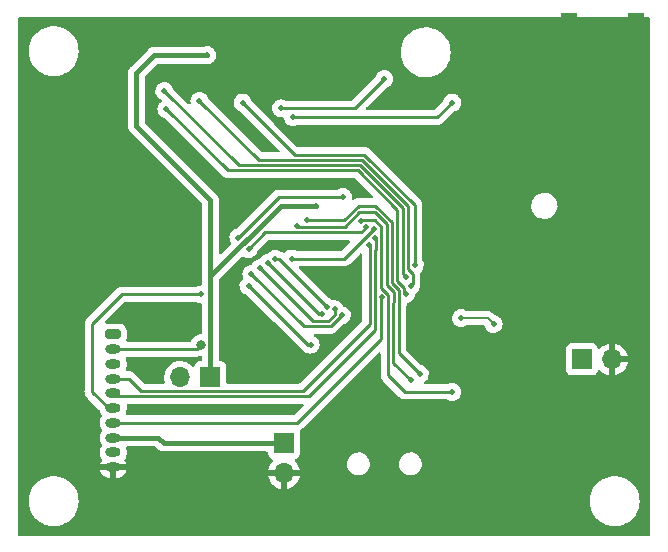
<source format=gbr>
%TF.GenerationSoftware,KiCad,Pcbnew,(6.0.1)*%
%TF.CreationDate,2022-05-25T14:38:50-05:00*%
%TF.ProjectId,aatr-sensor,61617472-2d73-4656-9e73-6f722e6b6963,1*%
%TF.SameCoordinates,Original*%
%TF.FileFunction,Copper,L2,Bot*%
%TF.FilePolarity,Positive*%
%FSLAX46Y46*%
G04 Gerber Fmt 4.6, Leading zero omitted, Abs format (unit mm)*
G04 Created by KiCad (PCBNEW (6.0.1)) date 2022-05-25 14:38:50*
%MOMM*%
%LPD*%
G01*
G04 APERTURE LIST*
G04 Aperture macros list*
%AMRoundRect*
0 Rectangle with rounded corners*
0 $1 Rounding radius*
0 $2 $3 $4 $5 $6 $7 $8 $9 X,Y pos of 4 corners*
0 Add a 4 corners polygon primitive as box body*
4,1,4,$2,$3,$4,$5,$6,$7,$8,$9,$2,$3,0*
0 Add four circle primitives for the rounded corners*
1,1,$1+$1,$2,$3*
1,1,$1+$1,$4,$5*
1,1,$1+$1,$6,$7*
1,1,$1+$1,$8,$9*
0 Add four rect primitives between the rounded corners*
20,1,$1+$1,$2,$3,$4,$5,0*
20,1,$1+$1,$4,$5,$6,$7,0*
20,1,$1+$1,$6,$7,$8,$9,0*
20,1,$1+$1,$8,$9,$2,$3,0*%
G04 Aperture macros list end*
%TA.AperFunction,ComponentPad*%
%ADD10RoundRect,0.200000X-0.450000X0.200000X-0.450000X-0.200000X0.450000X-0.200000X0.450000X0.200000X0*%
%TD*%
%TA.AperFunction,ComponentPad*%
%ADD11O,1.300000X0.800000*%
%TD*%
%TA.AperFunction,SMDPad,CuDef*%
%ADD12R,1.350000X4.200000*%
%TD*%
%TA.AperFunction,ComponentPad*%
%ADD13R,1.700000X1.700000*%
%TD*%
%TA.AperFunction,ComponentPad*%
%ADD14O,1.700000X1.700000*%
%TD*%
%TA.AperFunction,ViaPad*%
%ADD15C,0.500000*%
%TD*%
%TA.AperFunction,ViaPad*%
%ADD16C,0.800000*%
%TD*%
%TA.AperFunction,Conductor*%
%ADD17C,0.250000*%
%TD*%
%TA.AperFunction,Conductor*%
%ADD18C,0.400000*%
%TD*%
%TA.AperFunction,Conductor*%
%ADD19C,0.200000*%
%TD*%
G04 APERTURE END LIST*
D10*
%TO.P,U3,1,RXD*%
%TO.N,/SC0_RXD*%
X105425000Y-99625000D03*
D11*
%TO.P,U3,2,CTS*%
%TO.N,/SC0_CTS*%
X105425000Y-100875000D03*
%TO.P,U3,3,RTS*%
%TO.N,/SC0_RTS*%
X105425000Y-102125000D03*
%TO.P,U3,4,NET*%
%TO.N,/RB_NET*%
X105425000Y-103375000D03*
%TO.P,U3,5,RI*%
%TO.N,/RB_RI*%
X105425000Y-104625000D03*
%TO.P,U3,6,TXD*%
%TO.N,/SC0_TXD*%
X105425000Y-105875000D03*
%TO.P,U3,7,SLP*%
%TO.N,/RB_SLP*%
X105425000Y-107125000D03*
%TO.P,U3,8,5V*%
%TO.N,+5V*%
X105425000Y-108375000D03*
%TO.P,U3,9,BAT*%
%TO.N,unconnected-(U3-Pad9)*%
X105425000Y-109625000D03*
%TO.P,U3,10,GND*%
%TO.N,GND*%
X105425000Y-110875000D03*
%TD*%
D12*
%TO.P,J6,2,Ext*%
%TO.N,GND*%
X144050000Y-74500000D03*
X149700000Y-74500000D03*
%TD*%
D13*
%TO.P,J5,1,Pin_1*%
%TO.N,Net-(J5-Pad1)*%
X145100000Y-101750000D03*
D14*
%TO.P,J5,2,Pin_2*%
%TO.N,GND*%
X147640000Y-101750000D03*
%TD*%
D13*
%TO.P,J7,1,Pin_1*%
%TO.N,+3V3*%
X113650000Y-103250000D03*
D14*
%TO.P,J7,2,Pin_2*%
%TO.N,Net-(C8-Pad2)*%
X111110000Y-103250000D03*
%TD*%
D13*
%TO.P,J3,1,Pin_1*%
%TO.N,+5V*%
X119875000Y-108837500D03*
D14*
%TO.P,J3,2,Pin_2*%
%TO.N,GND*%
X119875000Y-111377500D03*
%TD*%
D15*
%TO.N,/~{CS}*%
X109743749Y-79000000D03*
X130214987Y-94756593D03*
%TO.N,/SC1_SDO*%
X130197032Y-96186809D03*
X109924660Y-80549660D03*
%TO.N,+3V3*%
X134875000Y-98250000D03*
X137625000Y-98750000D03*
X122625000Y-88750000D03*
X113375000Y-76000000D03*
%TO.N,/SC1_SCK*%
X130625000Y-95500000D03*
X112721950Y-79846950D03*
%TO.N,GND*%
X139625000Y-83500000D03*
X138625000Y-88500000D03*
X123625000Y-92250000D03*
X125375000Y-83250000D03*
X110375000Y-97750000D03*
X107625000Y-93250000D03*
X122625000Y-92250000D03*
X116375000Y-100500000D03*
X103375000Y-94000000D03*
X116375000Y-101750000D03*
X144375000Y-88000000D03*
X117625000Y-106000000D03*
X122125000Y-86750000D03*
X123375000Y-83250000D03*
X118125000Y-102000000D03*
X122625000Y-94500000D03*
X105125000Y-90750000D03*
X121625000Y-102250000D03*
X106375000Y-114500000D03*
X117875000Y-100500000D03*
X109125000Y-97500000D03*
X121375000Y-101250000D03*
X108625000Y-103250000D03*
X99875000Y-90500000D03*
X126125000Y-87000000D03*
X103000000Y-111000000D03*
X112375000Y-98750000D03*
X148125000Y-88000000D03*
X124375000Y-94250000D03*
X120375000Y-103250000D03*
X135875000Y-83750000D03*
X100125000Y-95000000D03*
X127875000Y-82750000D03*
X148375000Y-84500000D03*
X132625000Y-83500000D03*
X148375000Y-91500000D03*
X127875000Y-84000000D03*
X135625000Y-88750000D03*
%TO.N,/SC1_SDI*%
X130949500Y-93770679D03*
X116375000Y-80000000D03*
%TO.N,/IMU_INT2*%
X120618075Y-81236151D03*
X134125000Y-80000000D03*
%TO.N,/GPS_~{RST}*%
X122125000Y-100500000D03*
X116875000Y-95500000D03*
%TO.N,/GPS_1PPS*%
X120526556Y-93212153D03*
X127510492Y-90697958D03*
%TO.N,/SC0_TXD*%
X112875000Y-96250000D03*
D16*
%TO.N,/SC0_CTS*%
X112850500Y-100525500D03*
D15*
%TO.N,/SC2_DI*%
X118499346Y-93562827D03*
X123125111Y-97925500D03*
%TO.N,/SC2_~{CS}*%
X128375000Y-78000000D03*
X119125000Y-93250000D03*
X119625000Y-80500000D03*
X123499020Y-97279807D03*
%TO.N,/SC2_DO*%
X117875000Y-94000000D03*
X124158888Y-97511923D03*
%TO.N,/SC2_SCK*%
X124771324Y-98018575D03*
X117125000Y-94500000D03*
%TO.N,/RB_SLP*%
X128149010Y-96500000D03*
%TO.N,/RB_NET*%
X127100989Y-92024539D03*
%TO.N,/RB_RI*%
X127550500Y-91444832D03*
%TO.N,Net-(D1-Pad2)*%
X116887173Y-92406626D03*
X126819338Y-90551059D03*
%TO.N,/~{SRST}*%
X126375000Y-90000000D03*
X134125000Y-104500000D03*
%TO.N,Net-(D2-Pad2)*%
X116020501Y-91435966D03*
X124875000Y-88000000D03*
%TO.N,/SWCLK*%
X121843767Y-89968767D03*
X131375000Y-103000000D03*
%TO.N,/SWDIO*%
X120949500Y-90425500D03*
X130625000Y-103500000D03*
%TD*%
D17*
%TO.N,/~{CS}*%
X116044239Y-85300490D02*
X109743749Y-79000000D01*
X126311194Y-85300490D02*
X116044239Y-85300490D01*
X129923043Y-88912339D02*
X126311194Y-85300490D01*
X130214987Y-94756593D02*
X129923043Y-94464649D01*
X129923043Y-94464649D02*
X129923043Y-88912339D01*
%TO.N,/SC1_SDO*%
X129473532Y-95104942D02*
X130072043Y-95703453D01*
X130072043Y-95703453D02*
X130072042Y-96061819D01*
X129473532Y-89098532D02*
X129473532Y-95104942D01*
X115125000Y-85750000D02*
X126125000Y-85750000D01*
X130072042Y-96061819D02*
X130197032Y-96186809D01*
X126125000Y-85750000D02*
X129473532Y-89098532D01*
X109924660Y-80549660D02*
X115125000Y-85750000D01*
D18*
%TO.N,+3V3*%
X113650000Y-94725000D02*
X113650000Y-88275000D01*
X108875000Y-76000000D02*
X113375000Y-76000000D01*
X107375000Y-82000000D02*
X107375000Y-77500000D01*
D19*
X134875000Y-98250000D02*
X137125000Y-98250000D01*
D18*
X122625000Y-88750000D02*
X119625000Y-88750000D01*
D19*
X137125000Y-98250000D02*
X137625000Y-98750000D01*
D18*
X113650000Y-94725000D02*
X113650000Y-103250000D01*
X119625000Y-88750000D02*
X113650000Y-94725000D01*
X113650000Y-88275000D02*
X107375000Y-82000000D01*
X107375000Y-77500000D02*
X108875000Y-76000000D01*
D17*
%TO.N,/SC1_SCK*%
X130789488Y-95335512D02*
X130625000Y-95500000D01*
X130372554Y-94101692D02*
X130789488Y-94518626D01*
X130372554Y-88726146D02*
X130372554Y-94101692D01*
X117725978Y-84850978D02*
X126497388Y-84850980D01*
X126497388Y-84850980D02*
X130372554Y-88726146D01*
X130789488Y-94518626D02*
X130789488Y-95335512D01*
X112721950Y-79846950D02*
X117725978Y-84850978D01*
D19*
%TO.N,GND*%
X127875000Y-82750000D02*
X127875000Y-84000000D01*
D17*
%TO.N,/SC1_SDI*%
X130949500Y-88667388D02*
X130949500Y-93770679D01*
X126683581Y-84401469D02*
X130949500Y-88667388D01*
X116375000Y-80000000D02*
X120776469Y-84401469D01*
X120776469Y-84401469D02*
X126683581Y-84401469D01*
%TO.N,/IMU_INT2*%
X132875000Y-81250000D02*
X120631924Y-81250000D01*
X120631924Y-81250000D02*
X120618075Y-81236151D01*
X134125000Y-80000000D02*
X132875000Y-81250000D01*
%TO.N,/GPS_~{RST}*%
X121875000Y-100500000D02*
X122125000Y-100500000D01*
X116875000Y-95500000D02*
X121875000Y-100500000D01*
%TO.N,/GPS_1PPS*%
X124970711Y-93212153D02*
X120526556Y-93212153D01*
X127312533Y-90870331D02*
X124970711Y-93212153D01*
X127510492Y-90697958D02*
X127338119Y-90870331D01*
X127338119Y-90870331D02*
X127312533Y-90870331D01*
%TO.N,/SC0_TXD*%
X103625000Y-104500000D02*
X103625000Y-98775000D01*
X105025000Y-105875000D02*
X103625000Y-104475000D01*
X103625000Y-98750000D02*
X106125000Y-96250000D01*
X105425000Y-105875000D02*
X105025000Y-105875000D01*
X106125000Y-96250000D02*
X112875000Y-96250000D01*
%TO.N,/SC0_CTS*%
X105425000Y-100875000D02*
X112501000Y-100875000D01*
X112501000Y-100875000D02*
X112850500Y-100525500D01*
%TO.N,/SC2_DI*%
X123125111Y-97925500D02*
X122862019Y-97925500D01*
X122862019Y-97925500D02*
X118499346Y-93562827D01*
%TO.N,/SC2_~{CS}*%
X123499020Y-97279807D02*
X119469213Y-93250000D01*
X119625000Y-80500000D02*
X125875000Y-80500000D01*
X125875000Y-80500000D02*
X128375000Y-78000000D01*
X119469213Y-93250000D02*
X119125000Y-93250000D01*
%TO.N,/SC2_DO*%
X123625000Y-98500000D02*
X122375000Y-98500000D01*
X124158888Y-97511923D02*
X124158888Y-97966112D01*
X124158888Y-97966112D02*
X123625000Y-98500000D01*
X122375000Y-98500000D02*
X117875000Y-94000000D01*
%TO.N,/SC2_SCK*%
X124771324Y-98018575D02*
X123840388Y-98949511D01*
X121574511Y-98949511D02*
X117125000Y-94500000D01*
X123840388Y-98949511D02*
X121574511Y-98949511D01*
%TO.N,/RB_SLP*%
X128125000Y-100000000D02*
X128125000Y-96524010D01*
X128125000Y-96524010D02*
X128149010Y-96500000D01*
X121000000Y-107125000D02*
X128125000Y-100000000D01*
X105425000Y-107125000D02*
X121000000Y-107125000D01*
%TO.N,/RB_NET*%
X107799511Y-104424511D02*
X121450489Y-104424511D01*
X127125000Y-98750000D02*
X127125000Y-92048550D01*
X106750000Y-103375000D02*
X107799511Y-104424511D01*
X105425000Y-103375000D02*
X106750000Y-103375000D01*
X127125000Y-92048550D02*
X127100989Y-92024539D01*
X121450489Y-104424511D02*
X127125000Y-98750000D01*
%TO.N,/RB_RI*%
X127675489Y-92436193D02*
X127675489Y-91569821D01*
X105425000Y-104625000D02*
X105674022Y-104874022D01*
X127574511Y-92537171D02*
X127675489Y-92436193D01*
X127675489Y-91569821D02*
X127550500Y-91444832D01*
X122000978Y-104874022D02*
X127574510Y-99300490D01*
X105674022Y-104874022D02*
X122000978Y-104874022D01*
X127574510Y-99300490D02*
X127574511Y-92537171D01*
%TO.N,Net-(D1-Pad2)*%
X116887173Y-92406626D02*
X118293799Y-91000000D01*
X126819338Y-90586855D02*
X126819338Y-90551059D01*
X126406193Y-91000000D02*
X126819338Y-90586855D01*
X118293799Y-91000000D02*
X126406193Y-91000000D01*
%TO.N,/~{SRST}*%
X128699501Y-103074501D02*
X130125000Y-104500000D01*
X128125000Y-90500000D02*
X128125000Y-95687532D01*
X128723511Y-96737967D02*
X128699501Y-96761977D01*
X130125000Y-104500000D02*
X134125000Y-104500000D01*
X128386977Y-95925499D02*
X128723511Y-96262033D01*
X128699501Y-96761977D02*
X128699501Y-103074501D01*
X126375000Y-90000000D02*
X126398442Y-89976558D01*
X128362967Y-95925499D02*
X128386977Y-95925499D01*
X128723511Y-96262033D02*
X128723511Y-96737967D01*
X127601558Y-89976558D02*
X128125000Y-90500000D01*
X126398442Y-89976558D02*
X127601558Y-89976558D01*
X128125000Y-95687532D02*
X128362967Y-95925499D01*
%TO.N,Net-(D2-Pad2)*%
X119456467Y-88000000D02*
X116020501Y-91435966D01*
X124875000Y-88000000D02*
X119456467Y-88000000D01*
%TO.N,/SWCLK*%
X127622395Y-88725988D02*
X129024022Y-90127615D01*
X129598522Y-101223522D02*
X131375000Y-103000000D01*
X129598522Y-97134364D02*
X129598522Y-101223522D01*
X129622532Y-95889646D02*
X129622532Y-97110354D01*
X121843767Y-89968767D02*
X124958061Y-89968767D01*
X129024022Y-95291136D02*
X129622532Y-95889646D01*
X129024022Y-90127615D02*
X129024022Y-95291136D01*
X126200840Y-88725988D02*
X127622395Y-88725988D01*
X129622532Y-97110354D02*
X129598522Y-97134364D01*
X124958061Y-89968767D02*
X126200840Y-88725988D01*
%TO.N,/SWDIO*%
X121074489Y-90550489D02*
X120949500Y-90425500D01*
X126262043Y-89300489D02*
X125012043Y-90550489D01*
X130625000Y-103500000D02*
X129149011Y-102024011D01*
X128574511Y-95477329D02*
X128574511Y-90313807D01*
X129149011Y-102024011D02*
X129149011Y-96948171D01*
X129173022Y-96924160D02*
X129173021Y-96075839D01*
X129173021Y-96075839D02*
X128574511Y-95477329D01*
X125012043Y-90550489D02*
X121074489Y-90550489D01*
X127561193Y-89300489D02*
X126262043Y-89300489D01*
X128574511Y-90313807D02*
X127561193Y-89300489D01*
X129149011Y-96948171D02*
X129173022Y-96924160D01*
D18*
%TO.N,+5V*%
X109250000Y-108375000D02*
X105425000Y-108375000D01*
X109712500Y-108837500D02*
X109250000Y-108375000D01*
X119875000Y-108837500D02*
X109712500Y-108837500D01*
%TD*%
%TA.AperFunction,Conductor*%
%TO.N,GND*%
G36*
X150809121Y-72778002D02*
G01*
X150855614Y-72831658D01*
X150867000Y-72884000D01*
X150867000Y-116616000D01*
X150846998Y-116684121D01*
X150793342Y-116730614D01*
X150741000Y-116742000D01*
X97509000Y-116742000D01*
X97440879Y-116721998D01*
X97394386Y-116668342D01*
X97383000Y-116616000D01*
X97383000Y-113727874D01*
X98262190Y-113727874D01*
X98278735Y-114014820D01*
X98279560Y-114019025D01*
X98279561Y-114019033D01*
X98313919Y-114194156D01*
X98334070Y-114296865D01*
X98335457Y-114300916D01*
X98411206Y-114522161D01*
X98427171Y-114568792D01*
X98556316Y-114825567D01*
X98558742Y-114829096D01*
X98558745Y-114829102D01*
X98597587Y-114885617D01*
X98719114Y-115062439D01*
X98912553Y-115275026D01*
X98915841Y-115277775D01*
X99129761Y-115456641D01*
X99129766Y-115456645D01*
X99133053Y-115459393D01*
X99254794Y-115535761D01*
X99372895Y-115609846D01*
X99372899Y-115609848D01*
X99376535Y-115612129D01*
X99638493Y-115730407D01*
X99914079Y-115812040D01*
X99918313Y-115812688D01*
X99918318Y-115812689D01*
X100169095Y-115851063D01*
X100198195Y-115855516D01*
X100344580Y-115857815D01*
X100481291Y-115859963D01*
X100481297Y-115859963D01*
X100485582Y-115860030D01*
X100770923Y-115825500D01*
X101048937Y-115752565D01*
X101052897Y-115750925D01*
X101052902Y-115750923D01*
X101195911Y-115691686D01*
X101314481Y-115642573D01*
X101562641Y-115497560D01*
X101788823Y-115320210D01*
X101988844Y-115113804D01*
X101991377Y-115110356D01*
X101991381Y-115110351D01*
X102156464Y-114885617D01*
X102159002Y-114882162D01*
X102296149Y-114629571D01*
X102346947Y-114495137D01*
X102396227Y-114364721D01*
X102396228Y-114364718D01*
X102397745Y-114360703D01*
X102461912Y-114080534D01*
X102468661Y-114004922D01*
X102487243Y-113796715D01*
X102487463Y-113794250D01*
X102487926Y-113750000D01*
X102487757Y-113747519D01*
X102486418Y-113727874D01*
X145762190Y-113727874D01*
X145778735Y-114014820D01*
X145779560Y-114019025D01*
X145779561Y-114019033D01*
X145813919Y-114194156D01*
X145834070Y-114296865D01*
X145835457Y-114300916D01*
X145911206Y-114522161D01*
X145927171Y-114568792D01*
X146056316Y-114825567D01*
X146058742Y-114829096D01*
X146058745Y-114829102D01*
X146097587Y-114885617D01*
X146219114Y-115062439D01*
X146412553Y-115275026D01*
X146415841Y-115277775D01*
X146629761Y-115456641D01*
X146629766Y-115456645D01*
X146633053Y-115459393D01*
X146754794Y-115535761D01*
X146872895Y-115609846D01*
X146872899Y-115609848D01*
X146876535Y-115612129D01*
X147138493Y-115730407D01*
X147414079Y-115812040D01*
X147418313Y-115812688D01*
X147418318Y-115812689D01*
X147669095Y-115851063D01*
X147698195Y-115855516D01*
X147844580Y-115857815D01*
X147981291Y-115859963D01*
X147981297Y-115859963D01*
X147985582Y-115860030D01*
X148270923Y-115825500D01*
X148548937Y-115752565D01*
X148552897Y-115750925D01*
X148552902Y-115750923D01*
X148695911Y-115691686D01*
X148814481Y-115642573D01*
X149062641Y-115497560D01*
X149288823Y-115320210D01*
X149488844Y-115113804D01*
X149491377Y-115110356D01*
X149491381Y-115110351D01*
X149656464Y-114885617D01*
X149659002Y-114882162D01*
X149796149Y-114629571D01*
X149846947Y-114495137D01*
X149896227Y-114364721D01*
X149896228Y-114364718D01*
X149897745Y-114360703D01*
X149961912Y-114080534D01*
X149968661Y-114004922D01*
X149987243Y-113796715D01*
X149987463Y-113794250D01*
X149987926Y-113750000D01*
X149987757Y-113747519D01*
X149968669Y-113467520D01*
X149968668Y-113467514D01*
X149968377Y-113463243D01*
X149963841Y-113441337D01*
X149910962Y-113185998D01*
X149910091Y-113181792D01*
X149902556Y-113160512D01*
X149815579Y-112914897D01*
X149814148Y-112910856D01*
X149682321Y-112655447D01*
X149517052Y-112420293D01*
X149321397Y-112209743D01*
X149098978Y-112027695D01*
X148853910Y-111877517D01*
X148849993Y-111875798D01*
X148849990Y-111875796D01*
X148733678Y-111824739D01*
X148590728Y-111761989D01*
X148586600Y-111760813D01*
X148586597Y-111760812D01*
X148500693Y-111736342D01*
X148314302Y-111683247D01*
X148310060Y-111682643D01*
X148310054Y-111682642D01*
X148033998Y-111643353D01*
X148029747Y-111642748D01*
X147878246Y-111641955D01*
X147746614Y-111641265D01*
X147746608Y-111641265D01*
X147742328Y-111641243D01*
X147738083Y-111641802D01*
X147738081Y-111641802D01*
X147679900Y-111649462D01*
X147457365Y-111678760D01*
X147180129Y-111754603D01*
X146915752Y-111867369D01*
X146912071Y-111869572D01*
X146672806Y-112012768D01*
X146672802Y-112012771D01*
X146669124Y-112014972D01*
X146665781Y-112017650D01*
X146665777Y-112017653D01*
X146583562Y-112083520D01*
X146444811Y-112194681D01*
X146246963Y-112403170D01*
X146079240Y-112636581D01*
X146077231Y-112640376D01*
X146077230Y-112640377D01*
X146071107Y-112651942D01*
X145944746Y-112890596D01*
X145845971Y-113160512D01*
X145784741Y-113441337D01*
X145762698Y-113721415D01*
X145762190Y-113727874D01*
X102486418Y-113727874D01*
X102468669Y-113467520D01*
X102468668Y-113467514D01*
X102468377Y-113463243D01*
X102463841Y-113441337D01*
X102410962Y-113185998D01*
X102410091Y-113181792D01*
X102402556Y-113160512D01*
X102315579Y-112914897D01*
X102314148Y-112910856D01*
X102182321Y-112655447D01*
X102017052Y-112420293D01*
X101821397Y-112209743D01*
X101598978Y-112027695D01*
X101353910Y-111877517D01*
X101349993Y-111875798D01*
X101349990Y-111875796D01*
X101233678Y-111824739D01*
X101090728Y-111761989D01*
X101086600Y-111760813D01*
X101086597Y-111760812D01*
X101000693Y-111736342D01*
X100814302Y-111683247D01*
X100810060Y-111682643D01*
X100810054Y-111682642D01*
X100533998Y-111643353D01*
X100529747Y-111642748D01*
X100378246Y-111641955D01*
X100246614Y-111641265D01*
X100246608Y-111641265D01*
X100242328Y-111641243D01*
X100238083Y-111641802D01*
X100238081Y-111641802D01*
X100179900Y-111649462D01*
X99957365Y-111678760D01*
X99680129Y-111754603D01*
X99415752Y-111867369D01*
X99412071Y-111869572D01*
X99172806Y-112012768D01*
X99172802Y-112012771D01*
X99169124Y-112014972D01*
X99165781Y-112017650D01*
X99165777Y-112017653D01*
X99083562Y-112083520D01*
X98944811Y-112194681D01*
X98746963Y-112403170D01*
X98579240Y-112636581D01*
X98577231Y-112640376D01*
X98577230Y-112640377D01*
X98571107Y-112651942D01*
X98444746Y-112890596D01*
X98345971Y-113160512D01*
X98284741Y-113441337D01*
X98262698Y-113721415D01*
X98262190Y-113727874D01*
X97383000Y-113727874D01*
X97383000Y-111143468D01*
X104303778Y-111143468D01*
X104305310Y-111150675D01*
X104309367Y-111163161D01*
X104381632Y-111325471D01*
X104388198Y-111336843D01*
X104492624Y-111480574D01*
X104501415Y-111490337D01*
X104633442Y-111609214D01*
X104644073Y-111616938D01*
X104797926Y-111705765D01*
X104809934Y-111711111D01*
X104978898Y-111766011D01*
X104991739Y-111768741D01*
X105124138Y-111782656D01*
X105130698Y-111783000D01*
X105152885Y-111783000D01*
X105168124Y-111778525D01*
X105169329Y-111777135D01*
X105171000Y-111769452D01*
X105171000Y-111764885D01*
X105679000Y-111764885D01*
X105683475Y-111780124D01*
X105684865Y-111781329D01*
X105692548Y-111783000D01*
X105719302Y-111783000D01*
X105725862Y-111782656D01*
X105858261Y-111768741D01*
X105871102Y-111766011D01*
X106040066Y-111711111D01*
X106052074Y-111705765D01*
X106156515Y-111645466D01*
X118543257Y-111645466D01*
X118573565Y-111779946D01*
X118576645Y-111789775D01*
X118656770Y-111987103D01*
X118661413Y-111996294D01*
X118772694Y-112177888D01*
X118778777Y-112186199D01*
X118918213Y-112347167D01*
X118925580Y-112354383D01*
X119089434Y-112490416D01*
X119097881Y-112496331D01*
X119281756Y-112603779D01*
X119291042Y-112608229D01*
X119490001Y-112684203D01*
X119499899Y-112687079D01*
X119603250Y-112708106D01*
X119617299Y-112706910D01*
X119621000Y-112696565D01*
X119621000Y-112696017D01*
X120129000Y-112696017D01*
X120133064Y-112709859D01*
X120146478Y-112711893D01*
X120153184Y-112711034D01*
X120163262Y-112708892D01*
X120367255Y-112647691D01*
X120376842Y-112643933D01*
X120568095Y-112550239D01*
X120576945Y-112544964D01*
X120750328Y-112421292D01*
X120758200Y-112414639D01*
X120909052Y-112264312D01*
X120915730Y-112256465D01*
X121040003Y-112083520D01*
X121045313Y-112074683D01*
X121139670Y-111883767D01*
X121143469Y-111874172D01*
X121205377Y-111670410D01*
X121207555Y-111660337D01*
X121208986Y-111649462D01*
X121206775Y-111635278D01*
X121193617Y-111631500D01*
X120147115Y-111631500D01*
X120131876Y-111635975D01*
X120130671Y-111637365D01*
X120129000Y-111645048D01*
X120129000Y-112696017D01*
X119621000Y-112696017D01*
X119621000Y-111649615D01*
X119616525Y-111634376D01*
X119615135Y-111633171D01*
X119607452Y-111631500D01*
X118558225Y-111631500D01*
X118544694Y-111635473D01*
X118543257Y-111645466D01*
X106156515Y-111645466D01*
X106205927Y-111616938D01*
X106216558Y-111609214D01*
X106348585Y-111490337D01*
X106357376Y-111480574D01*
X106461802Y-111336843D01*
X106468368Y-111325471D01*
X106540633Y-111163161D01*
X106544690Y-111150675D01*
X106545530Y-111146722D01*
X106544457Y-111132659D01*
X106534503Y-111129000D01*
X105697115Y-111129000D01*
X105681876Y-111133475D01*
X105680671Y-111134865D01*
X105679000Y-111142548D01*
X105679000Y-111764885D01*
X105171000Y-111764885D01*
X105171000Y-111147115D01*
X105166525Y-111131876D01*
X105165135Y-111130671D01*
X105157452Y-111129000D01*
X104318818Y-111129000D01*
X104305287Y-111132973D01*
X104303778Y-111143468D01*
X97383000Y-111143468D01*
X97383000Y-98729943D01*
X102986780Y-98729943D01*
X102987526Y-98737835D01*
X102990941Y-98773961D01*
X102991500Y-98785819D01*
X102991500Y-104396233D01*
X102990973Y-104407416D01*
X102989298Y-104414909D01*
X102989547Y-104422835D01*
X102989547Y-104422836D01*
X102991438Y-104482986D01*
X102991500Y-104486945D01*
X102991500Y-104539856D01*
X102991996Y-104543784D01*
X102991997Y-104543797D01*
X102993052Y-104552147D01*
X102993984Y-104563976D01*
X102994327Y-104574889D01*
X102996537Y-104582495D01*
X102997778Y-104590330D01*
X102997547Y-104590367D01*
X102998398Y-104594455D01*
X103006526Y-104658797D01*
X103065448Y-104807617D01*
X103159528Y-104937107D01*
X103165634Y-104942158D01*
X103276751Y-105034083D01*
X103276754Y-105034085D01*
X103282856Y-105039133D01*
X103290025Y-105042506D01*
X103296279Y-105046475D01*
X103317862Y-105063766D01*
X104251424Y-105997329D01*
X104285575Y-106060227D01*
X104306206Y-106157288D01*
X104383882Y-106331752D01*
X104387762Y-106337093D01*
X104387763Y-106337094D01*
X104452313Y-106425939D01*
X104476172Y-106492807D01*
X104460091Y-106561958D01*
X104452313Y-106574061D01*
X104383882Y-106668248D01*
X104306206Y-106842712D01*
X104266500Y-107029513D01*
X104266500Y-107220487D01*
X104306206Y-107407288D01*
X104308891Y-107413318D01*
X104308891Y-107413319D01*
X104370559Y-107551827D01*
X104383882Y-107581752D01*
X104387762Y-107587093D01*
X104387763Y-107587094D01*
X104452313Y-107675939D01*
X104476172Y-107742807D01*
X104460091Y-107811958D01*
X104452313Y-107824061D01*
X104398515Y-107898108D01*
X104383882Y-107918248D01*
X104381198Y-107924276D01*
X104381197Y-107924278D01*
X104372958Y-107942783D01*
X104306206Y-108092712D01*
X104266500Y-108279513D01*
X104266500Y-108470487D01*
X104306206Y-108657288D01*
X104383882Y-108831752D01*
X104387762Y-108837093D01*
X104387763Y-108837094D01*
X104452313Y-108925939D01*
X104476172Y-108992807D01*
X104460091Y-109061958D01*
X104452313Y-109074061D01*
X104383882Y-109168248D01*
X104381198Y-109174276D01*
X104381197Y-109174278D01*
X104315844Y-109321065D01*
X104306206Y-109342712D01*
X104286353Y-109436112D01*
X104268368Y-109520726D01*
X104266500Y-109529513D01*
X104266500Y-109720487D01*
X104267872Y-109726939D01*
X104267872Y-109726944D01*
X104282937Y-109797816D01*
X104306206Y-109907288D01*
X104308891Y-109913318D01*
X104308891Y-109913319D01*
X104372480Y-110056142D01*
X104383882Y-110081752D01*
X104452623Y-110176366D01*
X104476480Y-110243230D01*
X104460400Y-110312382D01*
X104452622Y-110324485D01*
X104388198Y-110413157D01*
X104381632Y-110424529D01*
X104309367Y-110586839D01*
X104305310Y-110599325D01*
X104304470Y-110603278D01*
X104305543Y-110617341D01*
X104315497Y-110621000D01*
X106531182Y-110621000D01*
X106544713Y-110617027D01*
X106546222Y-110606532D01*
X106544690Y-110599325D01*
X106540633Y-110586839D01*
X106468368Y-110424529D01*
X106461802Y-110413157D01*
X106397378Y-110324485D01*
X106373519Y-110257617D01*
X106389600Y-110188466D01*
X106397366Y-110176380D01*
X106466118Y-110081752D01*
X106477521Y-110056142D01*
X106541109Y-109913319D01*
X106541109Y-109913318D01*
X106543794Y-109907288D01*
X106567063Y-109797816D01*
X106582128Y-109726944D01*
X106582128Y-109726939D01*
X106583500Y-109720487D01*
X106583500Y-109529513D01*
X106581633Y-109520726D01*
X106563647Y-109436112D01*
X106543794Y-109342712D01*
X106541109Y-109336681D01*
X106541108Y-109336677D01*
X106507302Y-109260748D01*
X106497868Y-109190381D01*
X106527975Y-109126084D01*
X106588064Y-109088271D01*
X106622409Y-109083500D01*
X108904340Y-109083500D01*
X108972461Y-109103502D01*
X108993435Y-109120405D01*
X109191050Y-109318020D01*
X109196904Y-109324285D01*
X109234939Y-109367885D01*
X109241157Y-109372255D01*
X109287197Y-109404612D01*
X109292493Y-109408545D01*
X109342782Y-109447977D01*
X109349704Y-109451102D01*
X109351952Y-109452464D01*
X109366685Y-109460868D01*
X109369024Y-109462122D01*
X109375239Y-109466490D01*
X109382315Y-109469249D01*
X109382319Y-109469251D01*
X109434769Y-109489700D01*
X109440834Y-109492249D01*
X109499073Y-109518545D01*
X109506538Y-109519929D01*
X109509082Y-109520726D01*
X109525348Y-109525359D01*
X109527928Y-109526021D01*
X109535009Y-109528782D01*
X109542542Y-109529774D01*
X109542543Y-109529774D01*
X109575199Y-109534073D01*
X109598357Y-109537122D01*
X109604855Y-109538150D01*
X109667687Y-109549796D01*
X109675267Y-109549359D01*
X109675268Y-109549359D01*
X109729893Y-109546209D01*
X109737147Y-109546000D01*
X118390500Y-109546000D01*
X118458621Y-109566002D01*
X118505114Y-109619658D01*
X118516500Y-109672000D01*
X118516500Y-109735634D01*
X118523255Y-109797816D01*
X118574385Y-109934205D01*
X118661739Y-110050761D01*
X118778295Y-110138115D01*
X118786704Y-110141267D01*
X118786705Y-110141268D01*
X118895960Y-110182226D01*
X118952725Y-110224867D01*
X118977425Y-110291429D01*
X118962218Y-110360778D01*
X118942825Y-110387259D01*
X118819590Y-110516217D01*
X118813104Y-110524227D01*
X118693098Y-110700149D01*
X118688000Y-110709123D01*
X118598338Y-110902283D01*
X118594775Y-110911970D01*
X118539389Y-111111683D01*
X118540912Y-111120107D01*
X118553292Y-111123500D01*
X121193344Y-111123500D01*
X121206875Y-111119527D01*
X121208180Y-111110447D01*
X121166214Y-110943375D01*
X121162894Y-110933624D01*
X121077972Y-110738314D01*
X121073105Y-110729239D01*
X121011857Y-110634564D01*
X125212707Y-110634564D01*
X125241825Y-110827099D01*
X125244028Y-110833085D01*
X125244029Y-110833091D01*
X125306860Y-111003860D01*
X125306862Y-111003865D01*
X125309063Y-111009846D01*
X125312425Y-111015268D01*
X125404123Y-111163161D01*
X125411674Y-111175340D01*
X125545466Y-111316822D01*
X125704975Y-111428511D01*
X125710838Y-111431048D01*
X125877825Y-111503310D01*
X125877829Y-111503311D01*
X125883684Y-111505845D01*
X125889931Y-111507150D01*
X125889934Y-111507151D01*
X126069557Y-111544676D01*
X126069562Y-111544677D01*
X126074293Y-111545665D01*
X126080685Y-111546000D01*
X126223663Y-111546000D01*
X126292951Y-111538962D01*
X126362378Y-111531910D01*
X126362379Y-111531910D01*
X126368727Y-111531265D01*
X126449843Y-111505845D01*
X126548451Y-111474944D01*
X126548456Y-111474942D01*
X126554541Y-111473035D01*
X126641475Y-111424846D01*
X126719271Y-111381723D01*
X126719274Y-111381721D01*
X126724850Y-111378630D01*
X126729691Y-111374481D01*
X126729695Y-111374478D01*
X126867855Y-111256060D01*
X126872698Y-111251909D01*
X126992046Y-111098047D01*
X127032779Y-111015268D01*
X127075200Y-110929056D01*
X127078018Y-110923329D01*
X127083500Y-110902283D01*
X127125492Y-110741075D01*
X127125492Y-110741072D01*
X127127102Y-110734893D01*
X127132360Y-110634564D01*
X129612707Y-110634564D01*
X129641825Y-110827099D01*
X129644028Y-110833085D01*
X129644029Y-110833091D01*
X129706860Y-111003860D01*
X129706862Y-111003865D01*
X129709063Y-111009846D01*
X129712425Y-111015268D01*
X129804123Y-111163161D01*
X129811674Y-111175340D01*
X129945466Y-111316822D01*
X130104975Y-111428511D01*
X130110838Y-111431048D01*
X130277825Y-111503310D01*
X130277829Y-111503311D01*
X130283684Y-111505845D01*
X130289931Y-111507150D01*
X130289934Y-111507151D01*
X130469557Y-111544676D01*
X130469562Y-111544677D01*
X130474293Y-111545665D01*
X130480685Y-111546000D01*
X130623663Y-111546000D01*
X130692951Y-111538962D01*
X130762378Y-111531910D01*
X130762379Y-111531910D01*
X130768727Y-111531265D01*
X130849843Y-111505845D01*
X130948451Y-111474944D01*
X130948456Y-111474942D01*
X130954541Y-111473035D01*
X131041475Y-111424846D01*
X131119271Y-111381723D01*
X131119274Y-111381721D01*
X131124850Y-111378630D01*
X131129691Y-111374481D01*
X131129695Y-111374478D01*
X131267855Y-111256060D01*
X131272698Y-111251909D01*
X131392046Y-111098047D01*
X131432779Y-111015268D01*
X131475200Y-110929056D01*
X131478018Y-110923329D01*
X131483500Y-110902283D01*
X131525492Y-110741075D01*
X131525492Y-110741072D01*
X131527102Y-110734893D01*
X131534861Y-110586839D01*
X131536959Y-110546817D01*
X131536959Y-110546813D01*
X131537293Y-110540436D01*
X131510616Y-110364040D01*
X131509130Y-110354215D01*
X131509130Y-110354214D01*
X131508175Y-110347901D01*
X131505972Y-110341915D01*
X131505971Y-110341909D01*
X131443140Y-110171140D01*
X131443138Y-110171135D01*
X131440937Y-110165154D01*
X131383121Y-110071906D01*
X131341688Y-110005082D01*
X131341687Y-110005081D01*
X131338326Y-109999660D01*
X131204534Y-109858178D01*
X131045025Y-109746489D01*
X130969679Y-109713884D01*
X130872175Y-109671690D01*
X130872171Y-109671689D01*
X130866316Y-109669155D01*
X130860069Y-109667850D01*
X130860066Y-109667849D01*
X130680443Y-109630324D01*
X130680438Y-109630323D01*
X130675707Y-109629335D01*
X130669315Y-109629000D01*
X130526337Y-109629000D01*
X130457049Y-109636038D01*
X130387622Y-109643090D01*
X130387621Y-109643090D01*
X130381273Y-109643735D01*
X130324939Y-109661389D01*
X130201549Y-109700056D01*
X130201544Y-109700058D01*
X130195459Y-109701965D01*
X130128591Y-109739031D01*
X130030729Y-109793277D01*
X130030726Y-109793279D01*
X130025150Y-109796370D01*
X130020309Y-109800519D01*
X130020305Y-109800522D01*
X130014830Y-109805215D01*
X129877302Y-109923091D01*
X129757954Y-110076953D01*
X129755138Y-110082676D01*
X129755136Y-110082679D01*
X129685171Y-110224867D01*
X129671982Y-110251671D01*
X129670373Y-110257849D01*
X129670372Y-110257851D01*
X129626956Y-110424529D01*
X129622898Y-110440107D01*
X129618909Y-110516217D01*
X129613418Y-110621000D01*
X129612707Y-110634564D01*
X127132360Y-110634564D01*
X127134861Y-110586839D01*
X127136959Y-110546817D01*
X127136959Y-110546813D01*
X127137293Y-110540436D01*
X127110616Y-110364040D01*
X127109130Y-110354215D01*
X127109130Y-110354214D01*
X127108175Y-110347901D01*
X127105972Y-110341915D01*
X127105971Y-110341909D01*
X127043140Y-110171140D01*
X127043138Y-110171135D01*
X127040937Y-110165154D01*
X126983121Y-110071906D01*
X126941688Y-110005082D01*
X126941687Y-110005081D01*
X126938326Y-109999660D01*
X126804534Y-109858178D01*
X126645025Y-109746489D01*
X126569679Y-109713884D01*
X126472175Y-109671690D01*
X126472171Y-109671689D01*
X126466316Y-109669155D01*
X126460069Y-109667850D01*
X126460066Y-109667849D01*
X126280443Y-109630324D01*
X126280438Y-109630323D01*
X126275707Y-109629335D01*
X126269315Y-109629000D01*
X126126337Y-109629000D01*
X126057049Y-109636038D01*
X125987622Y-109643090D01*
X125987621Y-109643090D01*
X125981273Y-109643735D01*
X125924939Y-109661389D01*
X125801549Y-109700056D01*
X125801544Y-109700058D01*
X125795459Y-109701965D01*
X125728591Y-109739031D01*
X125630729Y-109793277D01*
X125630726Y-109793279D01*
X125625150Y-109796370D01*
X125620309Y-109800519D01*
X125620305Y-109800522D01*
X125614830Y-109805215D01*
X125477302Y-109923091D01*
X125357954Y-110076953D01*
X125355138Y-110082676D01*
X125355136Y-110082679D01*
X125285171Y-110224867D01*
X125271982Y-110251671D01*
X125270373Y-110257849D01*
X125270372Y-110257851D01*
X125226956Y-110424529D01*
X125222898Y-110440107D01*
X125218909Y-110516217D01*
X125213418Y-110621000D01*
X125212707Y-110634564D01*
X121011857Y-110634564D01*
X120957426Y-110550426D01*
X120951136Y-110542257D01*
X120807293Y-110384177D01*
X120776241Y-110320331D01*
X120784635Y-110249833D01*
X120829812Y-110195064D01*
X120856256Y-110181395D01*
X120963297Y-110141267D01*
X120971705Y-110138115D01*
X121088261Y-110050761D01*
X121175615Y-109934205D01*
X121226745Y-109797816D01*
X121233500Y-109735634D01*
X121233500Y-107939366D01*
X121226745Y-107877184D01*
X121217742Y-107853168D01*
X121212559Y-107782362D01*
X121246479Y-107719993D01*
X121289342Y-107691787D01*
X121307617Y-107684552D01*
X121343387Y-107658564D01*
X121353307Y-107652048D01*
X121384535Y-107633580D01*
X121384538Y-107633578D01*
X121391362Y-107629542D01*
X121405683Y-107615221D01*
X121420717Y-107602380D01*
X121430694Y-107595131D01*
X121437107Y-107590472D01*
X121465298Y-107556395D01*
X121473288Y-107547616D01*
X127850906Y-101169998D01*
X127913218Y-101135972D01*
X127984033Y-101141037D01*
X128040869Y-101183584D01*
X128065680Y-101250104D01*
X128066001Y-101259093D01*
X128066001Y-102995734D01*
X128065474Y-103006917D01*
X128063799Y-103014410D01*
X128064048Y-103022336D01*
X128064048Y-103022337D01*
X128065939Y-103082487D01*
X128066001Y-103086446D01*
X128066001Y-103114357D01*
X128066498Y-103118291D01*
X128066498Y-103118292D01*
X128066506Y-103118357D01*
X128067439Y-103130194D01*
X128068828Y-103174390D01*
X128074479Y-103193840D01*
X128078488Y-103213201D01*
X128081027Y-103233298D01*
X128083946Y-103240669D01*
X128083946Y-103240671D01*
X128097305Y-103274413D01*
X128101150Y-103285643D01*
X128113483Y-103328094D01*
X128117516Y-103334913D01*
X128117518Y-103334918D01*
X128123794Y-103345529D01*
X128132489Y-103363277D01*
X128139949Y-103382118D01*
X128144611Y-103388534D01*
X128144611Y-103388535D01*
X128165937Y-103417888D01*
X128172453Y-103427808D01*
X128176439Y-103434547D01*
X128194959Y-103465863D01*
X128209280Y-103480184D01*
X128222120Y-103495217D01*
X128234029Y-103511608D01*
X128240135Y-103516659D01*
X128268106Y-103539799D01*
X128276885Y-103547789D01*
X129621348Y-104892253D01*
X129628888Y-104900539D01*
X129633000Y-104907018D01*
X129638777Y-104912443D01*
X129682651Y-104953643D01*
X129685493Y-104956398D01*
X129705230Y-104976135D01*
X129708427Y-104978615D01*
X129717447Y-104986318D01*
X129749679Y-105016586D01*
X129756625Y-105020405D01*
X129756628Y-105020407D01*
X129767434Y-105026348D01*
X129783953Y-105037199D01*
X129799959Y-105049614D01*
X129807228Y-105052759D01*
X129807232Y-105052762D01*
X129840537Y-105067174D01*
X129851187Y-105072391D01*
X129889940Y-105093695D01*
X129897615Y-105095666D01*
X129897616Y-105095666D01*
X129909562Y-105098733D01*
X129928267Y-105105137D01*
X129946855Y-105113181D01*
X129954678Y-105114420D01*
X129954688Y-105114423D01*
X129990524Y-105120099D01*
X130002144Y-105122505D01*
X130037289Y-105131528D01*
X130044970Y-105133500D01*
X130065224Y-105133500D01*
X130084934Y-105135051D01*
X130104943Y-105138220D01*
X130112835Y-105137474D01*
X130148961Y-105134059D01*
X130160819Y-105133500D01*
X133670223Y-105133500D01*
X133739216Y-105154068D01*
X133780846Y-105181310D01*
X133787450Y-105183766D01*
X133787452Y-105183767D01*
X133823844Y-105197301D01*
X133940341Y-105240626D01*
X134109015Y-105263132D01*
X134116026Y-105262494D01*
X134116030Y-105262494D01*
X134271462Y-105248348D01*
X134278483Y-105247709D01*
X134285185Y-105245531D01*
X134285187Y-105245531D01*
X134433623Y-105197301D01*
X134433626Y-105197300D01*
X134440322Y-105195124D01*
X134586490Y-105107990D01*
X134591584Y-105103139D01*
X134591588Y-105103136D01*
X134682474Y-105016586D01*
X134709721Y-104990639D01*
X134715292Y-104982255D01*
X134770939Y-104898498D01*
X134803891Y-104848902D01*
X134864319Y-104689825D01*
X134888001Y-104521313D01*
X134888299Y-104500000D01*
X134869331Y-104330892D01*
X134813368Y-104170189D01*
X134723192Y-104025879D01*
X134711145Y-104013747D01*
X134608248Y-103910129D01*
X134603286Y-103905132D01*
X134459608Y-103813951D01*
X134299300Y-103756868D01*
X134130329Y-103736720D01*
X134123326Y-103737456D01*
X134123325Y-103737456D01*
X133968101Y-103753770D01*
X133968097Y-103753771D01*
X133961093Y-103754507D01*
X133800003Y-103809346D01*
X133737468Y-103847818D01*
X133671448Y-103866500D01*
X131860276Y-103866500D01*
X131792155Y-103846498D01*
X131745662Y-103792842D01*
X131735558Y-103722568D01*
X131765052Y-103657988D01*
X131795759Y-103632271D01*
X131830441Y-103611597D01*
X131830447Y-103611592D01*
X131836490Y-103607990D01*
X131841584Y-103603139D01*
X131841588Y-103603136D01*
X131937701Y-103511608D01*
X131959721Y-103490639D01*
X131966668Y-103480184D01*
X132031822Y-103382118D01*
X132053891Y-103348902D01*
X132114319Y-103189825D01*
X132138001Y-103021313D01*
X132138193Y-103007594D01*
X132138244Y-103003961D01*
X132138244Y-103003955D01*
X132138299Y-103000000D01*
X132119331Y-102830892D01*
X132116318Y-102822238D01*
X132065686Y-102676846D01*
X132063368Y-102670189D01*
X132049587Y-102648134D01*
X143741500Y-102648134D01*
X143748255Y-102710316D01*
X143799385Y-102846705D01*
X143886739Y-102963261D01*
X144003295Y-103050615D01*
X144139684Y-103101745D01*
X144201866Y-103108500D01*
X145998134Y-103108500D01*
X146060316Y-103101745D01*
X146196705Y-103050615D01*
X146313261Y-102963261D01*
X146400615Y-102846705D01*
X146415190Y-102807826D01*
X146444798Y-102728848D01*
X146487440Y-102672084D01*
X146554001Y-102647384D01*
X146623350Y-102662592D01*
X146658017Y-102690580D01*
X146683218Y-102719673D01*
X146690580Y-102726883D01*
X146854434Y-102862916D01*
X146862881Y-102868831D01*
X147046756Y-102976279D01*
X147056042Y-102980729D01*
X147255001Y-103056703D01*
X147264899Y-103059579D01*
X147368250Y-103080606D01*
X147382299Y-103079410D01*
X147386000Y-103069065D01*
X147386000Y-103068517D01*
X147894000Y-103068517D01*
X147898064Y-103082359D01*
X147911478Y-103084393D01*
X147918184Y-103083534D01*
X147928262Y-103081392D01*
X148132255Y-103020191D01*
X148141842Y-103016433D01*
X148333095Y-102922739D01*
X148341945Y-102917464D01*
X148515328Y-102793792D01*
X148523200Y-102787139D01*
X148674052Y-102636812D01*
X148680730Y-102628965D01*
X148805003Y-102456020D01*
X148810313Y-102447183D01*
X148904670Y-102256267D01*
X148908469Y-102246672D01*
X148970377Y-102042910D01*
X148972555Y-102032837D01*
X148973986Y-102021962D01*
X148971775Y-102007778D01*
X148958617Y-102004000D01*
X147912115Y-102004000D01*
X147896876Y-102008475D01*
X147895671Y-102009865D01*
X147894000Y-102017548D01*
X147894000Y-103068517D01*
X147386000Y-103068517D01*
X147386000Y-101477885D01*
X147894000Y-101477885D01*
X147898475Y-101493124D01*
X147899865Y-101494329D01*
X147907548Y-101496000D01*
X148958344Y-101496000D01*
X148971875Y-101492027D01*
X148973180Y-101482947D01*
X148931214Y-101315875D01*
X148927894Y-101306124D01*
X148842972Y-101110814D01*
X148838105Y-101101739D01*
X148722426Y-100922926D01*
X148716136Y-100914757D01*
X148572806Y-100757240D01*
X148565273Y-100750215D01*
X148398139Y-100618222D01*
X148389552Y-100612517D01*
X148203117Y-100509599D01*
X148193705Y-100505369D01*
X147992959Y-100434280D01*
X147982988Y-100431646D01*
X147911837Y-100418972D01*
X147898540Y-100420432D01*
X147894000Y-100434989D01*
X147894000Y-101477885D01*
X147386000Y-101477885D01*
X147386000Y-100433102D01*
X147382082Y-100419758D01*
X147367806Y-100417771D01*
X147329324Y-100423660D01*
X147319288Y-100426051D01*
X147116868Y-100492212D01*
X147107359Y-100496209D01*
X146918463Y-100594542D01*
X146909738Y-100600036D01*
X146739433Y-100727905D01*
X146731726Y-100734748D01*
X146654478Y-100815584D01*
X146592954Y-100851014D01*
X146522042Y-100847557D01*
X146464255Y-100806311D01*
X146445402Y-100772763D01*
X146403767Y-100661703D01*
X146400615Y-100653295D01*
X146313261Y-100536739D01*
X146196705Y-100449385D01*
X146060316Y-100398255D01*
X145998134Y-100391500D01*
X144201866Y-100391500D01*
X144139684Y-100398255D01*
X144003295Y-100449385D01*
X143886739Y-100536739D01*
X143799385Y-100653295D01*
X143748255Y-100789684D01*
X143741500Y-100851866D01*
X143741500Y-102648134D01*
X132049587Y-102648134D01*
X132042512Y-102636812D01*
X132017989Y-102597568D01*
X131973192Y-102525879D01*
X131853286Y-102405132D01*
X131709608Y-102313951D01*
X131549300Y-102256868D01*
X131549813Y-102255427D01*
X131496850Y-102225945D01*
X130268927Y-100998022D01*
X130234901Y-100935710D01*
X130232022Y-100908927D01*
X130232022Y-98239343D01*
X134111775Y-98239343D01*
X134128381Y-98408699D01*
X134182094Y-98570167D01*
X134185741Y-98576189D01*
X134185742Y-98576191D01*
X134260810Y-98700142D01*
X134270246Y-98715723D01*
X134388455Y-98838132D01*
X134530846Y-98931310D01*
X134537450Y-98933766D01*
X134537452Y-98933767D01*
X134571459Y-98946414D01*
X134690341Y-98990626D01*
X134859015Y-99013132D01*
X134866026Y-99012494D01*
X134866030Y-99012494D01*
X135021462Y-98998348D01*
X135028483Y-98997709D01*
X135035185Y-98995531D01*
X135035187Y-98995531D01*
X135183623Y-98947301D01*
X135183626Y-98947300D01*
X135190322Y-98945124D01*
X135305823Y-98876271D01*
X135370341Y-98858500D01*
X136770808Y-98858500D01*
X136838929Y-98878502D01*
X136885422Y-98932158D01*
X136890366Y-98944728D01*
X136908203Y-98998348D01*
X136932094Y-99070167D01*
X136935741Y-99076189D01*
X136935742Y-99076191D01*
X136949497Y-99098902D01*
X137020246Y-99215723D01*
X137138455Y-99338132D01*
X137189063Y-99371249D01*
X137255896Y-99414983D01*
X137280846Y-99431310D01*
X137287450Y-99433766D01*
X137287452Y-99433767D01*
X137360594Y-99460968D01*
X137440341Y-99490626D01*
X137609015Y-99513132D01*
X137616026Y-99512494D01*
X137616030Y-99512494D01*
X137771462Y-99498348D01*
X137778483Y-99497709D01*
X137785185Y-99495531D01*
X137785187Y-99495531D01*
X137933623Y-99447301D01*
X137933626Y-99447300D01*
X137940322Y-99445124D01*
X138086490Y-99357990D01*
X138091584Y-99353139D01*
X138091588Y-99353136D01*
X138159400Y-99288559D01*
X138209721Y-99240639D01*
X138303891Y-99098902D01*
X138364319Y-98939825D01*
X138365397Y-98932158D01*
X138372937Y-98878502D01*
X138388001Y-98771313D01*
X138388118Y-98762964D01*
X138388244Y-98753961D01*
X138388244Y-98753955D01*
X138388299Y-98750000D01*
X138369331Y-98580892D01*
X138313368Y-98420189D01*
X138301809Y-98401690D01*
X138259111Y-98333361D01*
X138223192Y-98275879D01*
X138186911Y-98239343D01*
X138108248Y-98160129D01*
X138103286Y-98155132D01*
X137959608Y-98063951D01*
X137903012Y-98043798D01*
X137805935Y-98009230D01*
X137805930Y-98009229D01*
X137799300Y-98006868D01*
X137792312Y-98006035D01*
X137792309Y-98006034D01*
X137778040Y-98004333D01*
X137712767Y-97976406D01*
X137703863Y-97968314D01*
X137589315Y-97853766D01*
X137578448Y-97841375D01*
X137564013Y-97822563D01*
X137558987Y-97816013D01*
X137527075Y-97791526D01*
X137527072Y-97791523D01*
X137431876Y-97718476D01*
X137283851Y-97657162D01*
X137275664Y-97656084D01*
X137275663Y-97656084D01*
X137264458Y-97654609D01*
X137218146Y-97648512D01*
X137164885Y-97641500D01*
X137164882Y-97641500D01*
X137164874Y-97641499D01*
X137133189Y-97637328D01*
X137125000Y-97636250D01*
X137093307Y-97640422D01*
X137076864Y-97641500D01*
X135368411Y-97641500D01*
X135300897Y-97621885D01*
X135215562Y-97567729D01*
X135215558Y-97567727D01*
X135209608Y-97563951D01*
X135049300Y-97506868D01*
X134880329Y-97486720D01*
X134873326Y-97487456D01*
X134873325Y-97487456D01*
X134718101Y-97503770D01*
X134718097Y-97503771D01*
X134711093Y-97504507D01*
X134704422Y-97506778D01*
X134556673Y-97557075D01*
X134556670Y-97557076D01*
X134550003Y-97559346D01*
X134544005Y-97563036D01*
X134544003Y-97563037D01*
X134411065Y-97644821D01*
X134411063Y-97644823D01*
X134405066Y-97648512D01*
X134283486Y-97767573D01*
X134279675Y-97773487D01*
X134279673Y-97773489D01*
X134231702Y-97847925D01*
X134191304Y-97910610D01*
X134167356Y-97976406D01*
X134142828Y-98043798D01*
X134133103Y-98070516D01*
X134111775Y-98239343D01*
X130232022Y-98239343D01*
X130232022Y-97315576D01*
X130235873Y-97288523D01*
X130235714Y-97288498D01*
X130242631Y-97244830D01*
X130245037Y-97233210D01*
X130254060Y-97198065D01*
X130254060Y-97198064D01*
X130256032Y-97190384D01*
X130256032Y-97170130D01*
X130257583Y-97150419D01*
X130259512Y-97138240D01*
X130260752Y-97130411D01*
X130256591Y-97086392D01*
X130256032Y-97074535D01*
X130256032Y-97055874D01*
X130276034Y-96987753D01*
X130329690Y-96941260D01*
X130350288Y-96934539D01*
X130350515Y-96934518D01*
X130357210Y-96932343D01*
X130357213Y-96932342D01*
X130505655Y-96884110D01*
X130505658Y-96884109D01*
X130512354Y-96881933D01*
X130658522Y-96794799D01*
X130663616Y-96789948D01*
X130663620Y-96789945D01*
X130768638Y-96689937D01*
X130781753Y-96677448D01*
X130875923Y-96535711D01*
X130936351Y-96376634D01*
X130955428Y-96240893D01*
X130984715Y-96176220D01*
X131015683Y-96150200D01*
X131080444Y-96111594D01*
X131086490Y-96107990D01*
X131091584Y-96103139D01*
X131091588Y-96103136D01*
X131158833Y-96039099D01*
X131209721Y-95990639D01*
X131303891Y-95848902D01*
X131352884Y-95719927D01*
X131361819Y-95696407D01*
X131361820Y-95696405D01*
X131364319Y-95689825D01*
X131365793Y-95679341D01*
X131378418Y-95589505D01*
X131383404Y-95570631D01*
X131383183Y-95570574D01*
X131388220Y-95550954D01*
X131394626Y-95532242D01*
X131399521Y-95520931D01*
X131402669Y-95513657D01*
X131403909Y-95505829D01*
X131403911Y-95505822D01*
X131409587Y-95469988D01*
X131411993Y-95458368D01*
X131421016Y-95423223D01*
X131421016Y-95423222D01*
X131422988Y-95415542D01*
X131422988Y-95395288D01*
X131424539Y-95375577D01*
X131426468Y-95363398D01*
X131427708Y-95355569D01*
X131423547Y-95311550D01*
X131422988Y-95299693D01*
X131422988Y-94597394D01*
X131423515Y-94586211D01*
X131425190Y-94578718D01*
X131423050Y-94510627D01*
X131422988Y-94506670D01*
X131422988Y-94478770D01*
X131422484Y-94474779D01*
X131421551Y-94462938D01*
X131420443Y-94427689D01*
X131438295Y-94358973D01*
X131459489Y-94332484D01*
X131534221Y-94261318D01*
X131628391Y-94119581D01*
X131688819Y-93960504D01*
X131712501Y-93791992D01*
X131712629Y-93782812D01*
X131712744Y-93774640D01*
X131712744Y-93774634D01*
X131712799Y-93770679D01*
X131693831Y-93601571D01*
X131637868Y-93440868D01*
X131634137Y-93434897D01*
X131634133Y-93434889D01*
X131602147Y-93383703D01*
X131583000Y-93316932D01*
X131583000Y-88746156D01*
X131583527Y-88734973D01*
X131585202Y-88727480D01*
X131584201Y-88695604D01*
X140812787Y-88695604D01*
X140822567Y-88906899D01*
X140823971Y-88912724D01*
X140823971Y-88912725D01*
X140868840Y-89098902D01*
X140872125Y-89112534D01*
X140874607Y-89117992D01*
X140874608Y-89117996D01*
X140918053Y-89213546D01*
X140959674Y-89305087D01*
X141082054Y-89477611D01*
X141234850Y-89623881D01*
X141412548Y-89738620D01*
X141418114Y-89740863D01*
X141603168Y-89815442D01*
X141603171Y-89815443D01*
X141608737Y-89817686D01*
X141816337Y-89858228D01*
X141821899Y-89858500D01*
X141977846Y-89858500D01*
X142135566Y-89843452D01*
X142338534Y-89783908D01*
X142422111Y-89740863D01*
X142521249Y-89689804D01*
X142521252Y-89689802D01*
X142526580Y-89687058D01*
X142692920Y-89556396D01*
X142696852Y-89551865D01*
X142696855Y-89551862D01*
X142827621Y-89401167D01*
X142831552Y-89396637D01*
X142834552Y-89391451D01*
X142834555Y-89391447D01*
X142934467Y-89218742D01*
X142937473Y-89213546D01*
X143006861Y-89013729D01*
X143025412Y-88885787D01*
X143036352Y-88810336D01*
X143036352Y-88810333D01*
X143037213Y-88804396D01*
X143027433Y-88593101D01*
X142977875Y-88387466D01*
X142973845Y-88378601D01*
X142912090Y-88242781D01*
X142890326Y-88194913D01*
X142767946Y-88022389D01*
X142615150Y-87876119D01*
X142437452Y-87761380D01*
X142377354Y-87737160D01*
X142246832Y-87684558D01*
X142246829Y-87684557D01*
X142241263Y-87682314D01*
X142033663Y-87641772D01*
X142028101Y-87641500D01*
X141872154Y-87641500D01*
X141714434Y-87656548D01*
X141511466Y-87716092D01*
X141506139Y-87718836D01*
X141506138Y-87718836D01*
X141328751Y-87810196D01*
X141328748Y-87810198D01*
X141323420Y-87812942D01*
X141157080Y-87943604D01*
X141153148Y-87948135D01*
X141153145Y-87948138D01*
X141034554Y-88084802D01*
X141018448Y-88103363D01*
X141015448Y-88108549D01*
X141015445Y-88108553D01*
X140936379Y-88245224D01*
X140912527Y-88286454D01*
X140843139Y-88486271D01*
X140842278Y-88492206D01*
X140842278Y-88492208D01*
X140814860Y-88681310D01*
X140812787Y-88695604D01*
X131584201Y-88695604D01*
X131584014Y-88689664D01*
X131583062Y-88659390D01*
X131583000Y-88655432D01*
X131583000Y-88627532D01*
X131582496Y-88623541D01*
X131581563Y-88611699D01*
X131581447Y-88607990D01*
X131580174Y-88567499D01*
X131574521Y-88548040D01*
X131570512Y-88528681D01*
X131570346Y-88527371D01*
X131567974Y-88508591D01*
X131565058Y-88501225D01*
X131565056Y-88501219D01*
X131551700Y-88467486D01*
X131547855Y-88456256D01*
X131537730Y-88421405D01*
X131537730Y-88421404D01*
X131535519Y-88413795D01*
X131525205Y-88396354D01*
X131516508Y-88378601D01*
X131511972Y-88367146D01*
X131509052Y-88359771D01*
X131483063Y-88324000D01*
X131476547Y-88314080D01*
X131467724Y-88299161D01*
X131454042Y-88276026D01*
X131439721Y-88261705D01*
X131426880Y-88246671D01*
X131419631Y-88236694D01*
X131414972Y-88230281D01*
X131380895Y-88202090D01*
X131372116Y-88194100D01*
X127187233Y-84009216D01*
X127179693Y-84000930D01*
X127175581Y-83994451D01*
X127125929Y-83947825D01*
X127123088Y-83945071D01*
X127103351Y-83925334D01*
X127100154Y-83922854D01*
X127091132Y-83915149D01*
X127064681Y-83890310D01*
X127058902Y-83884883D01*
X127051956Y-83881064D01*
X127051953Y-83881062D01*
X127041147Y-83875121D01*
X127024628Y-83864270D01*
X127024164Y-83863910D01*
X127008622Y-83851855D01*
X127001353Y-83848710D01*
X127001349Y-83848707D01*
X126968044Y-83834295D01*
X126957394Y-83829078D01*
X126918641Y-83807774D01*
X126899018Y-83802736D01*
X126880315Y-83796332D01*
X126869001Y-83791436D01*
X126869000Y-83791436D01*
X126861726Y-83788288D01*
X126853903Y-83787049D01*
X126853893Y-83787046D01*
X126818057Y-83781370D01*
X126806437Y-83778964D01*
X126771292Y-83769941D01*
X126771291Y-83769941D01*
X126763611Y-83767969D01*
X126743357Y-83767969D01*
X126723646Y-83766418D01*
X126711467Y-83764489D01*
X126703638Y-83763249D01*
X126695746Y-83763995D01*
X126659620Y-83767410D01*
X126647762Y-83767969D01*
X121091063Y-83767969D01*
X121022942Y-83747967D01*
X121001968Y-83731064D01*
X119075795Y-81804890D01*
X117760248Y-80489343D01*
X118861775Y-80489343D01*
X118878381Y-80658699D01*
X118932094Y-80820167D01*
X119020246Y-80965723D01*
X119138455Y-81088132D01*
X119280846Y-81181310D01*
X119287450Y-81183766D01*
X119287452Y-81183767D01*
X119360593Y-81210968D01*
X119440341Y-81240626D01*
X119609015Y-81263132D01*
X119616026Y-81262494D01*
X119616030Y-81262494D01*
X119677963Y-81256857D01*
X119731726Y-81251964D01*
X119801378Y-81265709D01*
X119852543Y-81314930D01*
X119868544Y-81365149D01*
X119871456Y-81394850D01*
X119925169Y-81556318D01*
X119928816Y-81562340D01*
X119928817Y-81562342D01*
X120000754Y-81681123D01*
X120013321Y-81701874D01*
X120131530Y-81824283D01*
X120137426Y-81828141D01*
X120225008Y-81885453D01*
X120273921Y-81917461D01*
X120280525Y-81919917D01*
X120280527Y-81919918D01*
X120316919Y-81933452D01*
X120433416Y-81976777D01*
X120602090Y-81999283D01*
X120609101Y-81998645D01*
X120609105Y-81998645D01*
X120764537Y-81984499D01*
X120771558Y-81983860D01*
X120778260Y-81981682D01*
X120778262Y-81981682D01*
X120926698Y-81933452D01*
X120926701Y-81933451D01*
X120933397Y-81931275D01*
X120983729Y-81901271D01*
X121048247Y-81883500D01*
X132796233Y-81883500D01*
X132807416Y-81884027D01*
X132814909Y-81885702D01*
X132822835Y-81885453D01*
X132822836Y-81885453D01*
X132882986Y-81883562D01*
X132886945Y-81883500D01*
X132914856Y-81883500D01*
X132918791Y-81883003D01*
X132918856Y-81882995D01*
X132930693Y-81882062D01*
X132962951Y-81881048D01*
X132966970Y-81880922D01*
X132974889Y-81880673D01*
X132994343Y-81875021D01*
X133013700Y-81871013D01*
X133025930Y-81869468D01*
X133025931Y-81869468D01*
X133033797Y-81868474D01*
X133041168Y-81865555D01*
X133041170Y-81865555D01*
X133074912Y-81852196D01*
X133086142Y-81848351D01*
X133120983Y-81838229D01*
X133120984Y-81838229D01*
X133128593Y-81836018D01*
X133135412Y-81831985D01*
X133135417Y-81831983D01*
X133146028Y-81825707D01*
X133163776Y-81817012D01*
X133182617Y-81809552D01*
X133218387Y-81783564D01*
X133228307Y-81777048D01*
X133259535Y-81758580D01*
X133259538Y-81758578D01*
X133266362Y-81754542D01*
X133280683Y-81740221D01*
X133295717Y-81727380D01*
X133305694Y-81720131D01*
X133312107Y-81715472D01*
X133340298Y-81681395D01*
X133348288Y-81672616D01*
X134249259Y-80771645D01*
X134299417Y-80740907D01*
X134433625Y-80697300D01*
X134440322Y-80695124D01*
X134586490Y-80607990D01*
X134591584Y-80603139D01*
X134591588Y-80603136D01*
X134670215Y-80528260D01*
X134709721Y-80490639D01*
X134721728Y-80472568D01*
X134785112Y-80377166D01*
X134803891Y-80348902D01*
X134864319Y-80189825D01*
X134888001Y-80021313D01*
X134888299Y-80000000D01*
X134869331Y-79830892D01*
X134863432Y-79813951D01*
X134836537Y-79736720D01*
X134813368Y-79670189D01*
X134807531Y-79660847D01*
X134762092Y-79588132D01*
X134723192Y-79525879D01*
X134711577Y-79514182D01*
X134608248Y-79410129D01*
X134603286Y-79405132D01*
X134587039Y-79394821D01*
X134544508Y-79367830D01*
X134459608Y-79313951D01*
X134299300Y-79256868D01*
X134130329Y-79236720D01*
X134123326Y-79237456D01*
X134123325Y-79237456D01*
X133968101Y-79253770D01*
X133968097Y-79253771D01*
X133961093Y-79254507D01*
X133954422Y-79256778D01*
X133806673Y-79307075D01*
X133806670Y-79307076D01*
X133800003Y-79309346D01*
X133794005Y-79313036D01*
X133794003Y-79313037D01*
X133661065Y-79394821D01*
X133661063Y-79394823D01*
X133655066Y-79398512D01*
X133650033Y-79403441D01*
X133540032Y-79511163D01*
X133533486Y-79517573D01*
X133529675Y-79523487D01*
X133529673Y-79523489D01*
X133528133Y-79525879D01*
X133441304Y-79660610D01*
X133383103Y-79820516D01*
X133383043Y-79820989D01*
X133350995Y-79878101D01*
X132649499Y-80579596D01*
X132587187Y-80613621D01*
X132560404Y-80616500D01*
X126958594Y-80616500D01*
X126890473Y-80596498D01*
X126843980Y-80542842D01*
X126833876Y-80472568D01*
X126863370Y-80407988D01*
X126869499Y-80401405D01*
X127589595Y-79681310D01*
X128499261Y-78771644D01*
X128549420Y-78740906D01*
X128683623Y-78697301D01*
X128683626Y-78697300D01*
X128690322Y-78695124D01*
X128836490Y-78607990D01*
X128841584Y-78603139D01*
X128841588Y-78603136D01*
X128936609Y-78512648D01*
X128959721Y-78490639D01*
X129053891Y-78348902D01*
X129114319Y-78189825D01*
X129138001Y-78021313D01*
X129138299Y-78000000D01*
X129119331Y-77830892D01*
X129063368Y-77670189D01*
X129057383Y-77660610D01*
X128984648Y-77544213D01*
X128973192Y-77525879D01*
X128961292Y-77513895D01*
X128858248Y-77410129D01*
X128853286Y-77405132D01*
X128841355Y-77397560D01*
X128781213Y-77359393D01*
X128709608Y-77313951D01*
X128549300Y-77256868D01*
X128380329Y-77236720D01*
X128373326Y-77237456D01*
X128373325Y-77237456D01*
X128218101Y-77253770D01*
X128218097Y-77253771D01*
X128211093Y-77254507D01*
X128204422Y-77256778D01*
X128056673Y-77307075D01*
X128056670Y-77307076D01*
X128050003Y-77309346D01*
X128044005Y-77313036D01*
X128044003Y-77313037D01*
X127911065Y-77394821D01*
X127911063Y-77394823D01*
X127905066Y-77398512D01*
X127783486Y-77517573D01*
X127779675Y-77523487D01*
X127779673Y-77523489D01*
X127722548Y-77612129D01*
X127691304Y-77660610D01*
X127633103Y-77820516D01*
X127633043Y-77820993D01*
X127600994Y-77878102D01*
X125649500Y-79829595D01*
X125587188Y-79863621D01*
X125560405Y-79866500D01*
X120079018Y-79866500D01*
X120011506Y-79846887D01*
X119959608Y-79813951D01*
X119799300Y-79756868D01*
X119630329Y-79736720D01*
X119623326Y-79737456D01*
X119623325Y-79737456D01*
X119468101Y-79753770D01*
X119468097Y-79753771D01*
X119461093Y-79754507D01*
X119454422Y-79756778D01*
X119306673Y-79807075D01*
X119306670Y-79807076D01*
X119300003Y-79809346D01*
X119294005Y-79813036D01*
X119294003Y-79813037D01*
X119161065Y-79894821D01*
X119161063Y-79894823D01*
X119155066Y-79898512D01*
X119104355Y-79948172D01*
X119052818Y-79998642D01*
X119033486Y-80017573D01*
X119029675Y-80023487D01*
X119029673Y-80023489D01*
X118945121Y-80154687D01*
X118941304Y-80160610D01*
X118883103Y-80320516D01*
X118861775Y-80489343D01*
X117760248Y-80489343D01*
X117149105Y-79878200D01*
X117119209Y-79830542D01*
X117111037Y-79807075D01*
X117063368Y-79670189D01*
X117057531Y-79660847D01*
X117012092Y-79588132D01*
X116973192Y-79525879D01*
X116961577Y-79514182D01*
X116858248Y-79410129D01*
X116853286Y-79405132D01*
X116837039Y-79394821D01*
X116794508Y-79367830D01*
X116709608Y-79313951D01*
X116549300Y-79256868D01*
X116380329Y-79236720D01*
X116373326Y-79237456D01*
X116373325Y-79237456D01*
X116218101Y-79253770D01*
X116218097Y-79253771D01*
X116211093Y-79254507D01*
X116204422Y-79256778D01*
X116056673Y-79307075D01*
X116056670Y-79307076D01*
X116050003Y-79309346D01*
X116044005Y-79313036D01*
X116044003Y-79313037D01*
X115911065Y-79394821D01*
X115911063Y-79394823D01*
X115905066Y-79398512D01*
X115900033Y-79403441D01*
X115790032Y-79511163D01*
X115783486Y-79517573D01*
X115779675Y-79523487D01*
X115779673Y-79523489D01*
X115778133Y-79525879D01*
X115691304Y-79660610D01*
X115685032Y-79677842D01*
X115637169Y-79809346D01*
X115633103Y-79820516D01*
X115611775Y-79989343D01*
X115628381Y-80158699D01*
X115630605Y-80165384D01*
X115630605Y-80165385D01*
X115636413Y-80182845D01*
X115682094Y-80320167D01*
X115685741Y-80326189D01*
X115685742Y-80326191D01*
X115731294Y-80401405D01*
X115770246Y-80465723D01*
X115888455Y-80588132D01*
X116030846Y-80681310D01*
X116037450Y-80683766D01*
X116037452Y-80683767D01*
X116103578Y-80708359D01*
X116190341Y-80740626D01*
X116195257Y-80741282D01*
X116253111Y-80774015D01*
X119481479Y-84002383D01*
X119515505Y-84064695D01*
X119510440Y-84135510D01*
X119467893Y-84192346D01*
X119401373Y-84217157D01*
X119392384Y-84217478D01*
X118040573Y-84217478D01*
X117972452Y-84197476D01*
X117951478Y-84180573D01*
X113496055Y-79725150D01*
X113466159Y-79677492D01*
X113460280Y-79660610D01*
X113410318Y-79517139D01*
X113404333Y-79507560D01*
X113374426Y-79459700D01*
X113320142Y-79372829D01*
X113200236Y-79252082D01*
X113183989Y-79241771D01*
X113145356Y-79217254D01*
X113056558Y-79160901D01*
X112896250Y-79103818D01*
X112727279Y-79083670D01*
X112720276Y-79084406D01*
X112720275Y-79084406D01*
X112565051Y-79100720D01*
X112565047Y-79100721D01*
X112558043Y-79101457D01*
X112551372Y-79103728D01*
X112403623Y-79154025D01*
X112403620Y-79154026D01*
X112396953Y-79156296D01*
X112390955Y-79159986D01*
X112390953Y-79159987D01*
X112258015Y-79241771D01*
X112258013Y-79241773D01*
X112252016Y-79245462D01*
X112130436Y-79364523D01*
X112126625Y-79370437D01*
X112126623Y-79370439D01*
X112069098Y-79459700D01*
X112038254Y-79507560D01*
X111980053Y-79667466D01*
X111958725Y-79836293D01*
X111975331Y-80005649D01*
X111976937Y-80010477D01*
X111971595Y-80080498D01*
X111928779Y-80137131D01*
X111862142Y-80161626D01*
X111792841Y-80146206D01*
X111764655Y-80125001D01*
X110517854Y-78878200D01*
X110487958Y-78830542D01*
X110482162Y-78813897D01*
X110432117Y-78670189D01*
X110426132Y-78660610D01*
X110390217Y-78603136D01*
X110341941Y-78525879D01*
X110306947Y-78490639D01*
X110226997Y-78410129D01*
X110222035Y-78405132D01*
X110205788Y-78394821D01*
X110133431Y-78348902D01*
X110078357Y-78313951D01*
X109918049Y-78256868D01*
X109749078Y-78236720D01*
X109742075Y-78237456D01*
X109742074Y-78237456D01*
X109586850Y-78253770D01*
X109586846Y-78253771D01*
X109579842Y-78254507D01*
X109573171Y-78256778D01*
X109425422Y-78307075D01*
X109425419Y-78307076D01*
X109418752Y-78309346D01*
X109412754Y-78313036D01*
X109412752Y-78313037D01*
X109279814Y-78394821D01*
X109279812Y-78394823D01*
X109273815Y-78398512D01*
X109152235Y-78517573D01*
X109148424Y-78523487D01*
X109148422Y-78523489D01*
X109091642Y-78611594D01*
X109060053Y-78660610D01*
X109001852Y-78820516D01*
X108980524Y-78989343D01*
X108997130Y-79158699D01*
X109050843Y-79320167D01*
X109054490Y-79326189D01*
X109054491Y-79326191D01*
X109102300Y-79405132D01*
X109138995Y-79465723D01*
X109257204Y-79588132D01*
X109263100Y-79591990D01*
X109378082Y-79667232D01*
X109399595Y-79681310D01*
X109462172Y-79704582D01*
X109519045Y-79747073D01*
X109543919Y-79813570D01*
X109528894Y-79882958D01*
X109484272Y-79929995D01*
X109454726Y-79948172D01*
X109397757Y-80003961D01*
X109377816Y-80023489D01*
X109333146Y-80067233D01*
X109329335Y-80073147D01*
X109329333Y-80073149D01*
X109268774Y-80167117D01*
X109240964Y-80210270D01*
X109182763Y-80370176D01*
X109161435Y-80539003D01*
X109178041Y-80708359D01*
X109231754Y-80869827D01*
X109235401Y-80875849D01*
X109235402Y-80875851D01*
X109292898Y-80970787D01*
X109319906Y-81015383D01*
X109438115Y-81137792D01*
X109444011Y-81141650D01*
X109572138Y-81225494D01*
X109580506Y-81230970D01*
X109587110Y-81233426D01*
X109587112Y-81233427D01*
X109636957Y-81251964D01*
X109740001Y-81290286D01*
X109744917Y-81290942D01*
X109802771Y-81323675D01*
X114621343Y-86142247D01*
X114628887Y-86150537D01*
X114633000Y-86157018D01*
X114638777Y-86162443D01*
X114682667Y-86203658D01*
X114685509Y-86206413D01*
X114705230Y-86226134D01*
X114708425Y-86228612D01*
X114717447Y-86236318D01*
X114749679Y-86266586D01*
X114756628Y-86270406D01*
X114767432Y-86276346D01*
X114783956Y-86287199D01*
X114799959Y-86299613D01*
X114840543Y-86317176D01*
X114851173Y-86322383D01*
X114889940Y-86343695D01*
X114897617Y-86345666D01*
X114897622Y-86345668D01*
X114909558Y-86348732D01*
X114928266Y-86355137D01*
X114946855Y-86363181D01*
X114954680Y-86364420D01*
X114954682Y-86364421D01*
X114990519Y-86370097D01*
X115002140Y-86372504D01*
X115037289Y-86381528D01*
X115044970Y-86383500D01*
X115065231Y-86383500D01*
X115084940Y-86385051D01*
X115104943Y-86388219D01*
X115112835Y-86387473D01*
X115118062Y-86386979D01*
X115148954Y-86384059D01*
X115160811Y-86383500D01*
X125810406Y-86383500D01*
X125878527Y-86403502D01*
X125899501Y-86420405D01*
X127356489Y-87877393D01*
X127390515Y-87939705D01*
X127385450Y-88010520D01*
X127342903Y-88067356D01*
X127276383Y-88092167D01*
X127267394Y-88092488D01*
X126279607Y-88092488D01*
X126268424Y-88091961D01*
X126260931Y-88090286D01*
X126253005Y-88090535D01*
X126253004Y-88090535D01*
X126192841Y-88092426D01*
X126188883Y-88092488D01*
X126160984Y-88092488D01*
X126156994Y-88092992D01*
X126145160Y-88093924D01*
X126100951Y-88095314D01*
X126093337Y-88097526D01*
X126093332Y-88097527D01*
X126081499Y-88100965D01*
X126062136Y-88104976D01*
X126042043Y-88107514D01*
X126034676Y-88110431D01*
X126034671Y-88110432D01*
X126000932Y-88123790D01*
X125989705Y-88127634D01*
X125947247Y-88139970D01*
X125940421Y-88144007D01*
X125929812Y-88150281D01*
X125912064Y-88158976D01*
X125893223Y-88166436D01*
X125886807Y-88171098D01*
X125886806Y-88171098D01*
X125857453Y-88192424D01*
X125847533Y-88198940D01*
X125817131Y-88216920D01*
X125748315Y-88234380D01*
X125680983Y-88211864D01*
X125636514Y-88156520D01*
X125628217Y-88090932D01*
X125628308Y-88090286D01*
X125638001Y-88021313D01*
X125638299Y-88000000D01*
X125619331Y-87830892D01*
X125563368Y-87670189D01*
X125555900Y-87658237D01*
X125499890Y-87568605D01*
X125473192Y-87525879D01*
X125353286Y-87405132D01*
X125345181Y-87399988D01*
X125296865Y-87369326D01*
X125209608Y-87313951D01*
X125049300Y-87256868D01*
X124880329Y-87236720D01*
X124873326Y-87237456D01*
X124873325Y-87237456D01*
X124718101Y-87253770D01*
X124718097Y-87253771D01*
X124711093Y-87254507D01*
X124550003Y-87309346D01*
X124487468Y-87347818D01*
X124421448Y-87366500D01*
X119535235Y-87366500D01*
X119524052Y-87365973D01*
X119516559Y-87364298D01*
X119508633Y-87364547D01*
X119508632Y-87364547D01*
X119448469Y-87366438D01*
X119444511Y-87366500D01*
X119416611Y-87366500D01*
X119412621Y-87367004D01*
X119400787Y-87367936D01*
X119356578Y-87369326D01*
X119348964Y-87371538D01*
X119348959Y-87371539D01*
X119337126Y-87374977D01*
X119317763Y-87378988D01*
X119297670Y-87381526D01*
X119290303Y-87384443D01*
X119290298Y-87384444D01*
X119256559Y-87397802D01*
X119245332Y-87401646D01*
X119202874Y-87413982D01*
X119196048Y-87418019D01*
X119185439Y-87424293D01*
X119167691Y-87432988D01*
X119148850Y-87440448D01*
X119142434Y-87445110D01*
X119142433Y-87445110D01*
X119113080Y-87466436D01*
X119103160Y-87472952D01*
X119071932Y-87491420D01*
X119071929Y-87491422D01*
X119065105Y-87495458D01*
X119050784Y-87509779D01*
X119035751Y-87522619D01*
X119019360Y-87534528D01*
X119014309Y-87540634D01*
X118991169Y-87568605D01*
X118983179Y-87577384D01*
X115897788Y-90662774D01*
X115849299Y-90692956D01*
X115788092Y-90713793D01*
X115702174Y-90743041D01*
X115702171Y-90743042D01*
X115695504Y-90745312D01*
X115689506Y-90749002D01*
X115689504Y-90749003D01*
X115556566Y-90830787D01*
X115556564Y-90830789D01*
X115550567Y-90834478D01*
X115428987Y-90953539D01*
X115336805Y-91096576D01*
X115278604Y-91256482D01*
X115257276Y-91425309D01*
X115273882Y-91594665D01*
X115327595Y-91756133D01*
X115385539Y-91851810D01*
X115403717Y-91920436D01*
X115381907Y-91987999D01*
X115366857Y-92006173D01*
X114573595Y-92799435D01*
X114511283Y-92833461D01*
X114440468Y-92828396D01*
X114383632Y-92785849D01*
X114358821Y-92719329D01*
X114358500Y-92710340D01*
X114358500Y-88303912D01*
X114358792Y-88295342D01*
X114362209Y-88245224D01*
X114362209Y-88245220D01*
X114362725Y-88237648D01*
X114351738Y-88174697D01*
X114350776Y-88168175D01*
X114349366Y-88156520D01*
X114343102Y-88104758D01*
X114340419Y-88097657D01*
X114339778Y-88095048D01*
X114335315Y-88078738D01*
X114334550Y-88076202D01*
X114333243Y-88068716D01*
X114307556Y-88010200D01*
X114305065Y-88004096D01*
X114285173Y-87951452D01*
X114285172Y-87951451D01*
X114282487Y-87944344D01*
X114278183Y-87938081D01*
X114276946Y-87935715D01*
X114268701Y-87920903D01*
X114267368Y-87918649D01*
X114264315Y-87911695D01*
X114225413Y-87860998D01*
X114221541Y-87855668D01*
X114189661Y-87809280D01*
X114189656Y-87809275D01*
X114185357Y-87803019D01*
X114138829Y-87761564D01*
X114133554Y-87756584D01*
X108120405Y-81743435D01*
X108086379Y-81681123D01*
X108083500Y-81654340D01*
X108083500Y-77845660D01*
X108103502Y-77777539D01*
X108120405Y-77756565D01*
X109131566Y-76745405D01*
X109193878Y-76711379D01*
X109220661Y-76708500D01*
X113081287Y-76708500D01*
X113125203Y-76716401D01*
X113190341Y-76740626D01*
X113359015Y-76763132D01*
X113366026Y-76762494D01*
X113366030Y-76762494D01*
X113521462Y-76748348D01*
X113528483Y-76747709D01*
X113535185Y-76745531D01*
X113535187Y-76745531D01*
X113683623Y-76697301D01*
X113683626Y-76697300D01*
X113690322Y-76695124D01*
X113836490Y-76607990D01*
X113841584Y-76603139D01*
X113841588Y-76603136D01*
X113918838Y-76529571D01*
X113959721Y-76490639D01*
X114053891Y-76348902D01*
X114114319Y-76189825D01*
X114138001Y-76021313D01*
X114138152Y-76010533D01*
X114138244Y-76003961D01*
X114138244Y-76003955D01*
X114138299Y-76000000D01*
X114119331Y-75830892D01*
X114111064Y-75807151D01*
X114083456Y-75727874D01*
X129762190Y-75727874D01*
X129778735Y-76014820D01*
X129779560Y-76019025D01*
X129779561Y-76019033D01*
X129811700Y-76182845D01*
X129834070Y-76296865D01*
X129835457Y-76300916D01*
X129920719Y-76549946D01*
X129927171Y-76568792D01*
X129967987Y-76649946D01*
X130024446Y-76762200D01*
X130056316Y-76825567D01*
X130058742Y-76829096D01*
X130058745Y-76829102D01*
X130097587Y-76885617D01*
X130219114Y-77062439D01*
X130268653Y-77116882D01*
X130396031Y-77256868D01*
X130412553Y-77275026D01*
X130415841Y-77277775D01*
X130629761Y-77456641D01*
X130629766Y-77456645D01*
X130633053Y-77459393D01*
X130735231Y-77523489D01*
X130872895Y-77609846D01*
X130872899Y-77609848D01*
X130876535Y-77612129D01*
X131138493Y-77730407D01*
X131414079Y-77812040D01*
X131418313Y-77812688D01*
X131418318Y-77812689D01*
X131583015Y-77837891D01*
X131698195Y-77855516D01*
X131844580Y-77857815D01*
X131981291Y-77859963D01*
X131981297Y-77859963D01*
X131985582Y-77860030D01*
X132270923Y-77825500D01*
X132548937Y-77752565D01*
X132552897Y-77750925D01*
X132552902Y-77750923D01*
X132695911Y-77691686D01*
X132814481Y-77642573D01*
X132838325Y-77628640D01*
X133058943Y-77499721D01*
X133058944Y-77499721D01*
X133062641Y-77497560D01*
X133174146Y-77410129D01*
X133285451Y-77322854D01*
X133288823Y-77320210D01*
X133294889Y-77313951D01*
X133441423Y-77162739D01*
X133488844Y-77113804D01*
X133491377Y-77110356D01*
X133491381Y-77110351D01*
X133656464Y-76885617D01*
X133659002Y-76882162D01*
X133796149Y-76629571D01*
X133856902Y-76468792D01*
X133896227Y-76364721D01*
X133896228Y-76364718D01*
X133897745Y-76360703D01*
X133961912Y-76080534D01*
X133968661Y-76004922D01*
X133987243Y-75796715D01*
X133987463Y-75794250D01*
X133987926Y-75750000D01*
X133987757Y-75747519D01*
X133968669Y-75467520D01*
X133968668Y-75467514D01*
X133968377Y-75463243D01*
X133965842Y-75450999D01*
X133910962Y-75185998D01*
X133910091Y-75181792D01*
X133902556Y-75160512D01*
X133815579Y-74914897D01*
X133814148Y-74910856D01*
X133682321Y-74655447D01*
X133609577Y-74551942D01*
X133519515Y-74423798D01*
X133517052Y-74420293D01*
X133321397Y-74209743D01*
X133098978Y-74027695D01*
X132853910Y-73877517D01*
X132849993Y-73875798D01*
X132849990Y-73875796D01*
X132631198Y-73779754D01*
X132590728Y-73761989D01*
X132586600Y-73760813D01*
X132586597Y-73760812D01*
X132500693Y-73736342D01*
X132314302Y-73683247D01*
X132310060Y-73682643D01*
X132310054Y-73682642D01*
X132033998Y-73643353D01*
X132029747Y-73642748D01*
X131878246Y-73641955D01*
X131746614Y-73641265D01*
X131746608Y-73641265D01*
X131742328Y-73641243D01*
X131738083Y-73641802D01*
X131738081Y-73641802D01*
X131672784Y-73650399D01*
X131457365Y-73678760D01*
X131180129Y-73754603D01*
X130915752Y-73867369D01*
X130912071Y-73869572D01*
X130672806Y-74012768D01*
X130672802Y-74012771D01*
X130669124Y-74014972D01*
X130665781Y-74017650D01*
X130665777Y-74017653D01*
X130569631Y-74094681D01*
X130444811Y-74194681D01*
X130246963Y-74403170D01*
X130079240Y-74636581D01*
X129944746Y-74890596D01*
X129845971Y-75160512D01*
X129784741Y-75441337D01*
X129762698Y-75721415D01*
X129762190Y-75727874D01*
X114083456Y-75727874D01*
X114081207Y-75721415D01*
X114063368Y-75670189D01*
X114050753Y-75650000D01*
X114032890Y-75621415D01*
X113973192Y-75525879D01*
X113958586Y-75511170D01*
X113915239Y-75467520D01*
X113853286Y-75405132D01*
X113822643Y-75385685D01*
X113780061Y-75358662D01*
X113709608Y-75313951D01*
X113549300Y-75256868D01*
X113380329Y-75236720D01*
X113373326Y-75237456D01*
X113373325Y-75237456D01*
X113218101Y-75253770D01*
X113218097Y-75253771D01*
X113211093Y-75254507D01*
X113204422Y-75256778D01*
X113122172Y-75284778D01*
X113081567Y-75291500D01*
X108903912Y-75291500D01*
X108895342Y-75291208D01*
X108845224Y-75287791D01*
X108845220Y-75287791D01*
X108837648Y-75287275D01*
X108830171Y-75288580D01*
X108830170Y-75288580D01*
X108815113Y-75291208D01*
X108774703Y-75298261D01*
X108768186Y-75299222D01*
X108704758Y-75306898D01*
X108697650Y-75309584D01*
X108695056Y-75310221D01*
X108678750Y-75314682D01*
X108676199Y-75315452D01*
X108668716Y-75316758D01*
X108661764Y-75319810D01*
X108661763Y-75319810D01*
X108610212Y-75342439D01*
X108604105Y-75344931D01*
X108566751Y-75359046D01*
X108544344Y-75367513D01*
X108538083Y-75371816D01*
X108535717Y-75373053D01*
X108520937Y-75381280D01*
X108518652Y-75382631D01*
X108511695Y-75385685D01*
X108505675Y-75390305D01*
X108505669Y-75390308D01*
X108474542Y-75414194D01*
X108460998Y-75424587D01*
X108455668Y-75428459D01*
X108409280Y-75460339D01*
X108409275Y-75460344D01*
X108403019Y-75464643D01*
X108397968Y-75470313D01*
X108397966Y-75470314D01*
X108361565Y-75511170D01*
X108356584Y-75516446D01*
X106894480Y-76978550D01*
X106888215Y-76984404D01*
X106844615Y-77022439D01*
X106840248Y-77028653D01*
X106807872Y-77074719D01*
X106803939Y-77080014D01*
X106764524Y-77130282D01*
X106761401Y-77137198D01*
X106760017Y-77139484D01*
X106751643Y-77154165D01*
X106750378Y-77156525D01*
X106746010Y-77162739D01*
X106743250Y-77169818D01*
X106743249Y-77169820D01*
X106740148Y-77177775D01*
X106724804Y-77217131D01*
X106722798Y-77222275D01*
X106720247Y-77228344D01*
X106693955Y-77286573D01*
X106692571Y-77294040D01*
X106691770Y-77296595D01*
X106687141Y-77312848D01*
X106686478Y-77315428D01*
X106683718Y-77322509D01*
X106682727Y-77330040D01*
X106682726Y-77330042D01*
X106675379Y-77385852D01*
X106674348Y-77392359D01*
X106662704Y-77455186D01*
X106663141Y-77462766D01*
X106663141Y-77462767D01*
X106666291Y-77517392D01*
X106666500Y-77524646D01*
X106666500Y-81971088D01*
X106666208Y-81979658D01*
X106664914Y-81998645D01*
X106662275Y-82037352D01*
X106663580Y-82044829D01*
X106663580Y-82044830D01*
X106673261Y-82100299D01*
X106674223Y-82106821D01*
X106681898Y-82170242D01*
X106684581Y-82177343D01*
X106685222Y-82179952D01*
X106689685Y-82196262D01*
X106690450Y-82198798D01*
X106691757Y-82206284D01*
X106694811Y-82213241D01*
X106717442Y-82264795D01*
X106719933Y-82270899D01*
X106742513Y-82330656D01*
X106746817Y-82336919D01*
X106748054Y-82339285D01*
X106756299Y-82354097D01*
X106757632Y-82356351D01*
X106760685Y-82363305D01*
X106765307Y-82369328D01*
X106799579Y-82413991D01*
X106803459Y-82419332D01*
X106835339Y-82465720D01*
X106835344Y-82465725D01*
X106839643Y-82471981D01*
X106845313Y-82477032D01*
X106845314Y-82477034D01*
X106886170Y-82513435D01*
X106891446Y-82518416D01*
X112904595Y-88531566D01*
X112938621Y-88593878D01*
X112941500Y-88620661D01*
X112941500Y-94648127D01*
X112939390Y-94671088D01*
X112937704Y-94680186D01*
X112938141Y-94687766D01*
X112938141Y-94687767D01*
X112941291Y-94742392D01*
X112941500Y-94749646D01*
X112941500Y-95366839D01*
X112921498Y-95434960D01*
X112867842Y-95481453D01*
X112828671Y-95492149D01*
X112780464Y-95497216D01*
X112711093Y-95504507D01*
X112550003Y-95559346D01*
X112487468Y-95597818D01*
X112421448Y-95616500D01*
X106203767Y-95616500D01*
X106192584Y-95615973D01*
X106185091Y-95614298D01*
X106177165Y-95614547D01*
X106177164Y-95614547D01*
X106117001Y-95616438D01*
X106113043Y-95616500D01*
X106085144Y-95616500D01*
X106081154Y-95617004D01*
X106069320Y-95617936D01*
X106025111Y-95619326D01*
X106017497Y-95621538D01*
X106017492Y-95621539D01*
X106005659Y-95624977D01*
X105986296Y-95628988D01*
X105966203Y-95631526D01*
X105958836Y-95634443D01*
X105958831Y-95634444D01*
X105925092Y-95647802D01*
X105913865Y-95651646D01*
X105871407Y-95663982D01*
X105864581Y-95668019D01*
X105853972Y-95674293D01*
X105836224Y-95682988D01*
X105817383Y-95690448D01*
X105810967Y-95695110D01*
X105810966Y-95695110D01*
X105781613Y-95716436D01*
X105771693Y-95722952D01*
X105740465Y-95741420D01*
X105740462Y-95741422D01*
X105733638Y-95745458D01*
X105719317Y-95759779D01*
X105704284Y-95772619D01*
X105687893Y-95784528D01*
X105659702Y-95818605D01*
X105651712Y-95827384D01*
X103148865Y-98330230D01*
X103075386Y-98424959D01*
X103011819Y-98571855D01*
X103003154Y-98626565D01*
X102994566Y-98680783D01*
X102993867Y-98684161D01*
X102993472Y-98687290D01*
X102991500Y-98694970D01*
X102991500Y-98698187D01*
X102990702Y-98700016D01*
X102991500Y-98700142D01*
X102986780Y-98729943D01*
X97383000Y-98729943D01*
X97383000Y-75627874D01*
X98262190Y-75627874D01*
X98278735Y-75914820D01*
X98279560Y-75919025D01*
X98279561Y-75919033D01*
X98299628Y-76021313D01*
X98334070Y-76196865D01*
X98335457Y-76200916D01*
X98411206Y-76422161D01*
X98427171Y-76468792D01*
X98467987Y-76549946D01*
X98548320Y-76709668D01*
X98556316Y-76725567D01*
X98558742Y-76729096D01*
X98558745Y-76729102D01*
X98642476Y-76850931D01*
X98719114Y-76962439D01*
X98768653Y-77016882D01*
X98901373Y-77162739D01*
X98912553Y-77175026D01*
X98915841Y-77177775D01*
X99129761Y-77356641D01*
X99129766Y-77356645D01*
X99133053Y-77359393D01*
X99203272Y-77403441D01*
X99372895Y-77509846D01*
X99372899Y-77509848D01*
X99376535Y-77512129D01*
X99380445Y-77513894D01*
X99380446Y-77513895D01*
X99401695Y-77523489D01*
X99638493Y-77630407D01*
X99914079Y-77712040D01*
X99918313Y-77712688D01*
X99918318Y-77712689D01*
X100168180Y-77750923D01*
X100198195Y-77755516D01*
X100344580Y-77757815D01*
X100481291Y-77759963D01*
X100481297Y-77759963D01*
X100485582Y-77760030D01*
X100770923Y-77725500D01*
X101048937Y-77652565D01*
X101052897Y-77650925D01*
X101052902Y-77650923D01*
X101195911Y-77591686D01*
X101314481Y-77542573D01*
X101332825Y-77531854D01*
X101558943Y-77399721D01*
X101558944Y-77399721D01*
X101562641Y-77397560D01*
X101742072Y-77256868D01*
X101785451Y-77222854D01*
X101788823Y-77220210D01*
X101988844Y-77013804D01*
X101991377Y-77010356D01*
X101991381Y-77010351D01*
X102156464Y-76785617D01*
X102159002Y-76782162D01*
X102296149Y-76529571D01*
X102359958Y-76360703D01*
X102396227Y-76264721D01*
X102396228Y-76264718D01*
X102397745Y-76260703D01*
X102451677Y-76025223D01*
X102460954Y-75984718D01*
X102460955Y-75984714D01*
X102461912Y-75980534D01*
X102468661Y-75904922D01*
X102487243Y-75696715D01*
X102487463Y-75694250D01*
X102487926Y-75650000D01*
X102486710Y-75632154D01*
X102473701Y-75441337D01*
X102468377Y-75363243D01*
X102463841Y-75341337D01*
X102410962Y-75085998D01*
X102410091Y-75081792D01*
X102402556Y-75060512D01*
X102315579Y-74814897D01*
X102314148Y-74810856D01*
X102182321Y-74555447D01*
X102017052Y-74320293D01*
X101911799Y-74207027D01*
X101824318Y-74112886D01*
X101824315Y-74112883D01*
X101821397Y-74109743D01*
X101598978Y-73927695D01*
X101353910Y-73777517D01*
X101349993Y-73775798D01*
X101349990Y-73775796D01*
X101233678Y-73724739D01*
X101090728Y-73661989D01*
X101086600Y-73660813D01*
X101086597Y-73660812D01*
X101000693Y-73636342D01*
X100814302Y-73583247D01*
X100810060Y-73582643D01*
X100810054Y-73582642D01*
X100533998Y-73543353D01*
X100529747Y-73542748D01*
X100378246Y-73541955D01*
X100246614Y-73541265D01*
X100246608Y-73541265D01*
X100242328Y-73541243D01*
X100238083Y-73541802D01*
X100238081Y-73541802D01*
X100172784Y-73550399D01*
X99957365Y-73578760D01*
X99680129Y-73654603D01*
X99415752Y-73767369D01*
X99412071Y-73769572D01*
X99172806Y-73912768D01*
X99172802Y-73912771D01*
X99169124Y-73914972D01*
X99165781Y-73917650D01*
X99165777Y-73917653D01*
X99153243Y-73927695D01*
X98944811Y-74094681D01*
X98746963Y-74303170D01*
X98579240Y-74536581D01*
X98444746Y-74790596D01*
X98345971Y-75060512D01*
X98284741Y-75341337D01*
X98262698Y-75621415D01*
X98262190Y-75627874D01*
X97383000Y-75627874D01*
X97383000Y-72884000D01*
X97403002Y-72815879D01*
X97456658Y-72769386D01*
X97509000Y-72758000D01*
X150741000Y-72758000D01*
X150809121Y-72778002D01*
G37*
%TD.AperFunction*%
%TA.AperFunction,Conductor*%
G36*
X121485504Y-105527524D02*
G01*
X121531997Y-105581180D01*
X121542101Y-105651454D01*
X121512607Y-105716034D01*
X121506478Y-105722617D01*
X120774500Y-106454595D01*
X120712188Y-106488621D01*
X120685405Y-106491500D01*
X106589017Y-106491500D01*
X106520896Y-106471498D01*
X106474403Y-106417842D01*
X106464299Y-106347568D01*
X106473910Y-106314251D01*
X106541109Y-106163319D01*
X106541109Y-106163318D01*
X106543794Y-106157288D01*
X106583500Y-105970487D01*
X106583500Y-105779513D01*
X106571407Y-105722617D01*
X106558037Y-105659719D01*
X106563439Y-105588928D01*
X106606256Y-105532296D01*
X106672894Y-105507802D01*
X106681284Y-105507522D01*
X121417383Y-105507522D01*
X121485504Y-105527524D01*
G37*
%TD.AperFunction*%
%TA.AperFunction,Conductor*%
G36*
X125417390Y-91653502D02*
G01*
X125463883Y-91707158D01*
X125473987Y-91777432D01*
X125444493Y-91842012D01*
X125438364Y-91848595D01*
X124745211Y-92541748D01*
X124682899Y-92575774D01*
X124656116Y-92578653D01*
X120980574Y-92578653D01*
X120913062Y-92559040D01*
X120861164Y-92526104D01*
X120700856Y-92469021D01*
X120531885Y-92448873D01*
X120524882Y-92449609D01*
X120524881Y-92449609D01*
X120369657Y-92465923D01*
X120369653Y-92465924D01*
X120362649Y-92466660D01*
X120355978Y-92468931D01*
X120208229Y-92519228D01*
X120208226Y-92519229D01*
X120201559Y-92521499D01*
X120195561Y-92525189D01*
X120195559Y-92525190D01*
X120062621Y-92606974D01*
X120062619Y-92606976D01*
X120056622Y-92610665D01*
X120017974Y-92648512D01*
X119968066Y-92697386D01*
X119905401Y-92730757D01*
X119834642Y-92724951D01*
X119802689Y-92706928D01*
X119800517Y-92705243D01*
X119800512Y-92705240D01*
X119794254Y-92700386D01*
X119786985Y-92697241D01*
X119786981Y-92697238D01*
X119753676Y-92682826D01*
X119743026Y-92677609D01*
X119704273Y-92656305D01*
X119684650Y-92651267D01*
X119665947Y-92644863D01*
X119654633Y-92639967D01*
X119654632Y-92639967D01*
X119647358Y-92636819D01*
X119639535Y-92635580D01*
X119639525Y-92635577D01*
X119603689Y-92629901D01*
X119592069Y-92627495D01*
X119557100Y-92618517D01*
X119520919Y-92602860D01*
X119494679Y-92586208D01*
X119459608Y-92563951D01*
X119299300Y-92506868D01*
X119130329Y-92486720D01*
X119123326Y-92487456D01*
X119123325Y-92487456D01*
X118968101Y-92503770D01*
X118968097Y-92503771D01*
X118961093Y-92504507D01*
X118954422Y-92506778D01*
X118806673Y-92557075D01*
X118806670Y-92557076D01*
X118800003Y-92559346D01*
X118794005Y-92563036D01*
X118794003Y-92563037D01*
X118661065Y-92644821D01*
X118661063Y-92644823D01*
X118655066Y-92648512D01*
X118533486Y-92767573D01*
X118531644Y-92765692D01*
X118483053Y-92799015D01*
X118457127Y-92804544D01*
X118410462Y-92809449D01*
X118342447Y-92816597D01*
X118342443Y-92816598D01*
X118335439Y-92817334D01*
X118328768Y-92819605D01*
X118181019Y-92869902D01*
X118181016Y-92869903D01*
X118174349Y-92872173D01*
X118168351Y-92875863D01*
X118168349Y-92875864D01*
X118035411Y-92957648D01*
X118035409Y-92957650D01*
X118029412Y-92961339D01*
X117907832Y-93080400D01*
X117904021Y-93086314D01*
X117904019Y-93086316D01*
X117834471Y-93194233D01*
X117780756Y-93240657D01*
X117741730Y-93251287D01*
X117718101Y-93253770D01*
X117718097Y-93253771D01*
X117711093Y-93254507D01*
X117704422Y-93256778D01*
X117556673Y-93307075D01*
X117556670Y-93307076D01*
X117550003Y-93309346D01*
X117544005Y-93313036D01*
X117544003Y-93313037D01*
X117411065Y-93394821D01*
X117411063Y-93394823D01*
X117405066Y-93398512D01*
X117283486Y-93517573D01*
X117191304Y-93660610D01*
X117188894Y-93667230D01*
X117186523Y-93672007D01*
X117138317Y-93724129D01*
X117086835Y-93741291D01*
X117044726Y-93745717D01*
X116961093Y-93754507D01*
X116954422Y-93756778D01*
X116806673Y-93807075D01*
X116806670Y-93807076D01*
X116800003Y-93809346D01*
X116794005Y-93813036D01*
X116794003Y-93813037D01*
X116661065Y-93894821D01*
X116661063Y-93894823D01*
X116655066Y-93898512D01*
X116533486Y-94017573D01*
X116529675Y-94023487D01*
X116529673Y-94023489D01*
X116463962Y-94125452D01*
X116441304Y-94160610D01*
X116383103Y-94320516D01*
X116361775Y-94489343D01*
X116378381Y-94658699D01*
X116380605Y-94665384D01*
X116380605Y-94665385D01*
X116420259Y-94784589D01*
X116422782Y-94855541D01*
X116388861Y-94914381D01*
X116283486Y-95017573D01*
X116191304Y-95160610D01*
X116188894Y-95167232D01*
X116138519Y-95305637D01*
X116133103Y-95320516D01*
X116111775Y-95489343D01*
X116128381Y-95658699D01*
X116182094Y-95820167D01*
X116185741Y-95826189D01*
X116185742Y-95826191D01*
X116199497Y-95848902D01*
X116270246Y-95965723D01*
X116388455Y-96088132D01*
X116394351Y-96091990D01*
X116523068Y-96176220D01*
X116530846Y-96181310D01*
X116537450Y-96183766D01*
X116537452Y-96183767D01*
X116545632Y-96186809D01*
X116690341Y-96240626D01*
X116695257Y-96241282D01*
X116753111Y-96274015D01*
X119066986Y-98587891D01*
X121371348Y-100892253D01*
X121378888Y-100900539D01*
X121383000Y-100907018D01*
X121388777Y-100912443D01*
X121432651Y-100953643D01*
X121435493Y-100956398D01*
X121455230Y-100976135D01*
X121458427Y-100978615D01*
X121467447Y-100986318D01*
X121499679Y-101016586D01*
X121506625Y-101020405D01*
X121506628Y-101020407D01*
X121517434Y-101026348D01*
X121533953Y-101037199D01*
X121549959Y-101049614D01*
X121557228Y-101052759D01*
X121557232Y-101052762D01*
X121590537Y-101067174D01*
X121601187Y-101072391D01*
X121639940Y-101093695D01*
X121644835Y-101094952D01*
X121664280Y-101105031D01*
X121780846Y-101181310D01*
X121787450Y-101183766D01*
X121787452Y-101183767D01*
X121823844Y-101197301D01*
X121940341Y-101240626D01*
X122109015Y-101263132D01*
X122116026Y-101262494D01*
X122116030Y-101262494D01*
X122271462Y-101248348D01*
X122278483Y-101247709D01*
X122285185Y-101245531D01*
X122285187Y-101245531D01*
X122433623Y-101197301D01*
X122433626Y-101197300D01*
X122440322Y-101195124D01*
X122586490Y-101107990D01*
X122591584Y-101103139D01*
X122591588Y-101103136D01*
X122682474Y-101016586D01*
X122709721Y-100990639D01*
X122715292Y-100982255D01*
X122770939Y-100898498D01*
X122803891Y-100848902D01*
X122864319Y-100689825D01*
X122888001Y-100521313D01*
X122888299Y-100500000D01*
X122869331Y-100330892D01*
X122813368Y-100170189D01*
X122723192Y-100025879D01*
X122603286Y-99905132D01*
X122570817Y-99884526D01*
X122461885Y-99815396D01*
X122415086Y-99762007D01*
X122404581Y-99691792D01*
X122433705Y-99627044D01*
X122493211Y-99588320D01*
X122529399Y-99583011D01*
X123761621Y-99583011D01*
X123772804Y-99583538D01*
X123780297Y-99585213D01*
X123788223Y-99584964D01*
X123788224Y-99584964D01*
X123848374Y-99583073D01*
X123852333Y-99583011D01*
X123880244Y-99583011D01*
X123884179Y-99582514D01*
X123884244Y-99582506D01*
X123896081Y-99581573D01*
X123928339Y-99580559D01*
X123932358Y-99580433D01*
X123940277Y-99580184D01*
X123959731Y-99574532D01*
X123979088Y-99570524D01*
X123991318Y-99568979D01*
X123991319Y-99568979D01*
X123999185Y-99567985D01*
X124006556Y-99565066D01*
X124006558Y-99565066D01*
X124040300Y-99551707D01*
X124051530Y-99547862D01*
X124086371Y-99537740D01*
X124086372Y-99537740D01*
X124093981Y-99535529D01*
X124100800Y-99531496D01*
X124100805Y-99531494D01*
X124111416Y-99525218D01*
X124129164Y-99516523D01*
X124148005Y-99509063D01*
X124166631Y-99495531D01*
X124183775Y-99483075D01*
X124193695Y-99476559D01*
X124224923Y-99458091D01*
X124224926Y-99458089D01*
X124231750Y-99454053D01*
X124246071Y-99439732D01*
X124261105Y-99426891D01*
X124271082Y-99419642D01*
X124277495Y-99414983D01*
X124305686Y-99380906D01*
X124313676Y-99372127D01*
X124895583Y-98790220D01*
X124945741Y-98759482D01*
X124974924Y-98750000D01*
X125086646Y-98713699D01*
X125232814Y-98626565D01*
X125237908Y-98621714D01*
X125237912Y-98621711D01*
X125339993Y-98524500D01*
X125356045Y-98509214D01*
X125450215Y-98367477D01*
X125510643Y-98208400D01*
X125534325Y-98039888D01*
X125534623Y-98018575D01*
X125515655Y-97849467D01*
X125459692Y-97688764D01*
X125437620Y-97653441D01*
X125417901Y-97621885D01*
X125369516Y-97544454D01*
X125249610Y-97423707D01*
X125105932Y-97332526D01*
X124945624Y-97275443D01*
X124940867Y-97274876D01*
X124879889Y-97240287D01*
X124851425Y-97194084D01*
X124847256Y-97182112D01*
X124757080Y-97037802D01*
X124637174Y-96917055D01*
X124588837Y-96886379D01*
X124581831Y-96881933D01*
X124493496Y-96825874D01*
X124333188Y-96768791D01*
X124164217Y-96748643D01*
X124157214Y-96749379D01*
X124157213Y-96749379D01*
X124140360Y-96751151D01*
X124112289Y-96754101D01*
X124042452Y-96741329D01*
X124009718Y-96717578D01*
X123977306Y-96684939D01*
X123833628Y-96593758D01*
X123673320Y-96536675D01*
X123673834Y-96535233D01*
X123620869Y-96505752D01*
X121175866Y-94060748D01*
X121141840Y-93998436D01*
X121146905Y-93927620D01*
X121189452Y-93870785D01*
X121255972Y-93845974D01*
X121264961Y-93845653D01*
X124891944Y-93845653D01*
X124903127Y-93846180D01*
X124910620Y-93847855D01*
X124918546Y-93847606D01*
X124918547Y-93847606D01*
X124978697Y-93845715D01*
X124982656Y-93845653D01*
X125010567Y-93845653D01*
X125014502Y-93845156D01*
X125014567Y-93845148D01*
X125026404Y-93844215D01*
X125058662Y-93843201D01*
X125062681Y-93843075D01*
X125070600Y-93842826D01*
X125090054Y-93837174D01*
X125109411Y-93833166D01*
X125121641Y-93831621D01*
X125121642Y-93831621D01*
X125129508Y-93830627D01*
X125136879Y-93827708D01*
X125136881Y-93827708D01*
X125170623Y-93814349D01*
X125181853Y-93810504D01*
X125216694Y-93800382D01*
X125216695Y-93800382D01*
X125224304Y-93798171D01*
X125231123Y-93794138D01*
X125231128Y-93794136D01*
X125241739Y-93787860D01*
X125259487Y-93779165D01*
X125278328Y-93771705D01*
X125285161Y-93766741D01*
X125314098Y-93745717D01*
X125324018Y-93739201D01*
X125355246Y-93720733D01*
X125355249Y-93720731D01*
X125362073Y-93716695D01*
X125376394Y-93702374D01*
X125391428Y-93689533D01*
X125401405Y-93682284D01*
X125407818Y-93677625D01*
X125436009Y-93643548D01*
X125443999Y-93634769D01*
X126276405Y-92802363D01*
X126338717Y-92768337D01*
X126409532Y-92773402D01*
X126466368Y-92815949D01*
X126491179Y-92882469D01*
X126491500Y-92891458D01*
X126491500Y-98435405D01*
X126471498Y-98503526D01*
X126454595Y-98524500D01*
X121224989Y-103754106D01*
X121162677Y-103788132D01*
X121135894Y-103791011D01*
X115134500Y-103791011D01*
X115066379Y-103771009D01*
X115019886Y-103717353D01*
X115008500Y-103665011D01*
X115008500Y-102351866D01*
X115001745Y-102289684D01*
X114950615Y-102153295D01*
X114863261Y-102036739D01*
X114746705Y-101949385D01*
X114610316Y-101898255D01*
X114548134Y-101891500D01*
X114484500Y-101891500D01*
X114416379Y-101871498D01*
X114369886Y-101817842D01*
X114358500Y-101765500D01*
X114358500Y-95070660D01*
X114378502Y-95002539D01*
X114395405Y-94981565D01*
X116317091Y-93059879D01*
X116379403Y-93025853D01*
X116450218Y-93030918D01*
X116475170Y-93043537D01*
X116543019Y-93087936D01*
X116549623Y-93090392D01*
X116549625Y-93090393D01*
X116586017Y-93103927D01*
X116702514Y-93147252D01*
X116871188Y-93169758D01*
X116878199Y-93169120D01*
X116878203Y-93169120D01*
X117033635Y-93154974D01*
X117040656Y-93154335D01*
X117047358Y-93152157D01*
X117047360Y-93152157D01*
X117195796Y-93103927D01*
X117195799Y-93103926D01*
X117202495Y-93101750D01*
X117348663Y-93014616D01*
X117353757Y-93009765D01*
X117353761Y-93009762D01*
X117421006Y-92945725D01*
X117471894Y-92897265D01*
X117481725Y-92882469D01*
X117545919Y-92785849D01*
X117566064Y-92755528D01*
X117626492Y-92596451D01*
X117627472Y-92589474D01*
X117628311Y-92586208D01*
X117661258Y-92528445D01*
X118519298Y-91670405D01*
X118581610Y-91636379D01*
X118608393Y-91633500D01*
X125349269Y-91633500D01*
X125417390Y-91653502D01*
G37*
%TD.AperFunction*%
%TA.AperFunction,Conductor*%
G36*
X112899900Y-101477315D02*
G01*
X112937082Y-101537796D01*
X112941500Y-101570870D01*
X112941500Y-101765500D01*
X112921498Y-101833621D01*
X112867842Y-101880114D01*
X112815500Y-101891500D01*
X112751866Y-101891500D01*
X112689684Y-101898255D01*
X112553295Y-101949385D01*
X112436739Y-102036739D01*
X112349385Y-102153295D01*
X112346233Y-102161703D01*
X112304919Y-102271907D01*
X112262277Y-102328671D01*
X112195716Y-102353371D01*
X112126367Y-102338163D01*
X112093743Y-102312476D01*
X112043151Y-102256875D01*
X112043142Y-102256866D01*
X112039670Y-102253051D01*
X112035619Y-102249852D01*
X112035615Y-102249848D01*
X111868414Y-102117800D01*
X111868410Y-102117798D01*
X111864359Y-102114598D01*
X111668789Y-102006638D01*
X111663920Y-102004914D01*
X111663916Y-102004912D01*
X111463087Y-101933795D01*
X111463083Y-101933794D01*
X111458212Y-101932069D01*
X111453119Y-101931162D01*
X111453116Y-101931161D01*
X111243373Y-101893800D01*
X111243367Y-101893799D01*
X111238284Y-101892894D01*
X111164452Y-101891992D01*
X111020081Y-101890228D01*
X111020079Y-101890228D01*
X111014911Y-101890165D01*
X110794091Y-101923955D01*
X110581756Y-101993357D01*
X110383607Y-102096507D01*
X110379474Y-102099610D01*
X110379471Y-102099612D01*
X110209100Y-102227530D01*
X110204965Y-102230635D01*
X110165525Y-102271907D01*
X110111280Y-102328671D01*
X110050629Y-102392138D01*
X109924743Y-102576680D01*
X109884864Y-102662592D01*
X109835071Y-102769863D01*
X109830688Y-102779305D01*
X109770989Y-102994570D01*
X109747251Y-103216695D01*
X109747548Y-103221848D01*
X109747548Y-103221851D01*
X109754494Y-103342314D01*
X109760110Y-103439715D01*
X109761247Y-103444762D01*
X109761248Y-103444766D01*
X109804641Y-103637310D01*
X109800105Y-103708161D01*
X109757984Y-103765313D01*
X109691650Y-103790619D01*
X109681724Y-103791011D01*
X108114106Y-103791011D01*
X108045985Y-103771009D01*
X108025010Y-103754106D01*
X107653023Y-103382118D01*
X107253647Y-102982742D01*
X107246113Y-102974463D01*
X107242000Y-102967982D01*
X107192348Y-102921356D01*
X107189507Y-102918602D01*
X107169770Y-102898865D01*
X107166573Y-102896385D01*
X107157551Y-102888680D01*
X107131100Y-102863841D01*
X107125321Y-102858414D01*
X107118375Y-102854595D01*
X107118372Y-102854593D01*
X107107566Y-102848652D01*
X107091047Y-102837801D01*
X107090583Y-102837441D01*
X107075041Y-102825386D01*
X107067772Y-102822241D01*
X107067768Y-102822238D01*
X107034463Y-102807826D01*
X107023813Y-102802609D01*
X106985060Y-102781305D01*
X106965437Y-102776267D01*
X106946734Y-102769863D01*
X106935420Y-102764967D01*
X106935419Y-102764967D01*
X106928145Y-102761819D01*
X106920322Y-102760580D01*
X106920312Y-102760577D01*
X106884476Y-102754901D01*
X106872856Y-102752495D01*
X106837711Y-102743472D01*
X106837710Y-102743472D01*
X106830030Y-102741500D01*
X106809776Y-102741500D01*
X106790065Y-102739949D01*
X106777886Y-102738020D01*
X106770057Y-102736780D01*
X106762165Y-102737526D01*
X106726039Y-102740941D01*
X106714181Y-102741500D01*
X106589017Y-102741500D01*
X106520896Y-102721498D01*
X106474403Y-102667842D01*
X106464299Y-102597568D01*
X106473910Y-102564251D01*
X106541109Y-102413319D01*
X106541109Y-102413318D01*
X106543794Y-102407288D01*
X106568792Y-102289684D01*
X106582128Y-102226944D01*
X106582128Y-102226939D01*
X106583500Y-102220487D01*
X106583500Y-102029513D01*
X106579029Y-102008475D01*
X106562788Y-101932069D01*
X106543794Y-101842712D01*
X106539747Y-101833621D01*
X106473910Y-101685749D01*
X106464476Y-101615382D01*
X106494583Y-101551085D01*
X106554671Y-101513271D01*
X106589017Y-101508500D01*
X112422233Y-101508500D01*
X112433416Y-101509027D01*
X112440909Y-101510702D01*
X112448835Y-101510453D01*
X112448836Y-101510453D01*
X112508986Y-101508562D01*
X112512945Y-101508500D01*
X112540856Y-101508500D01*
X112544791Y-101508003D01*
X112544856Y-101507995D01*
X112556693Y-101507062D01*
X112588951Y-101506048D01*
X112592970Y-101505922D01*
X112600889Y-101505673D01*
X112620343Y-101500021D01*
X112639700Y-101496013D01*
X112651930Y-101494468D01*
X112651931Y-101494468D01*
X112659797Y-101493474D01*
X112667168Y-101490555D01*
X112667170Y-101490555D01*
X112700912Y-101477196D01*
X112712142Y-101473351D01*
X112746983Y-101463229D01*
X112746984Y-101463229D01*
X112754593Y-101461018D01*
X112761414Y-101456984D01*
X112765460Y-101455233D01*
X112835922Y-101446536D01*
X112899900Y-101477315D01*
G37*
%TD.AperFunction*%
%TA.AperFunction,Conductor*%
G36*
X112489216Y-96904068D02*
G01*
X112530846Y-96931310D01*
X112537450Y-96933766D01*
X112537452Y-96933767D01*
X112610594Y-96960968D01*
X112690341Y-96990626D01*
X112832165Y-97009549D01*
X112897041Y-97038384D01*
X112936029Y-97097718D01*
X112941500Y-97134442D01*
X112941500Y-99491000D01*
X112921498Y-99559121D01*
X112867842Y-99605614D01*
X112815500Y-99617000D01*
X112755013Y-99617000D01*
X112748561Y-99618372D01*
X112748556Y-99618372D01*
X112661613Y-99636853D01*
X112568212Y-99656706D01*
X112562182Y-99659391D01*
X112562181Y-99659391D01*
X112399778Y-99731697D01*
X112399776Y-99731698D01*
X112393748Y-99734382D01*
X112239247Y-99846634D01*
X112234826Y-99851544D01*
X112234825Y-99851545D01*
X112135873Y-99961443D01*
X112111460Y-99988556D01*
X112015973Y-100153944D01*
X112013932Y-100160225D01*
X112011246Y-100166258D01*
X112008543Y-100165054D01*
X111975773Y-100213015D01*
X111910386Y-100240674D01*
X111895980Y-100241500D01*
X106658516Y-100241500D01*
X106590395Y-100221498D01*
X106543902Y-100167842D01*
X106533798Y-100097568D01*
X106538280Y-100077829D01*
X106576753Y-99955062D01*
X106583500Y-99881635D01*
X106583499Y-99368366D01*
X106576753Y-99294938D01*
X106557897Y-99234768D01*
X106527744Y-99138550D01*
X106527743Y-99138548D01*
X106525472Y-99131301D01*
X106436639Y-98984619D01*
X106315381Y-98863361D01*
X106168699Y-98774528D01*
X106161452Y-98772257D01*
X106161450Y-98772256D01*
X106051612Y-98737835D01*
X106005062Y-98723247D01*
X105931635Y-98716500D01*
X105928737Y-98716500D01*
X105423686Y-98716501D01*
X104918366Y-98716501D01*
X104915508Y-98716764D01*
X104915499Y-98716764D01*
X104864658Y-98721435D01*
X104794993Y-98707748D01*
X104743786Y-98658571D01*
X104727296Y-98589516D01*
X104750757Y-98522508D01*
X104764036Y-98506868D01*
X105353673Y-97917232D01*
X106350500Y-96920405D01*
X106412812Y-96886379D01*
X106439595Y-96883500D01*
X112420223Y-96883500D01*
X112489216Y-96904068D01*
G37*
%TD.AperFunction*%
%TD*%
M02*

</source>
